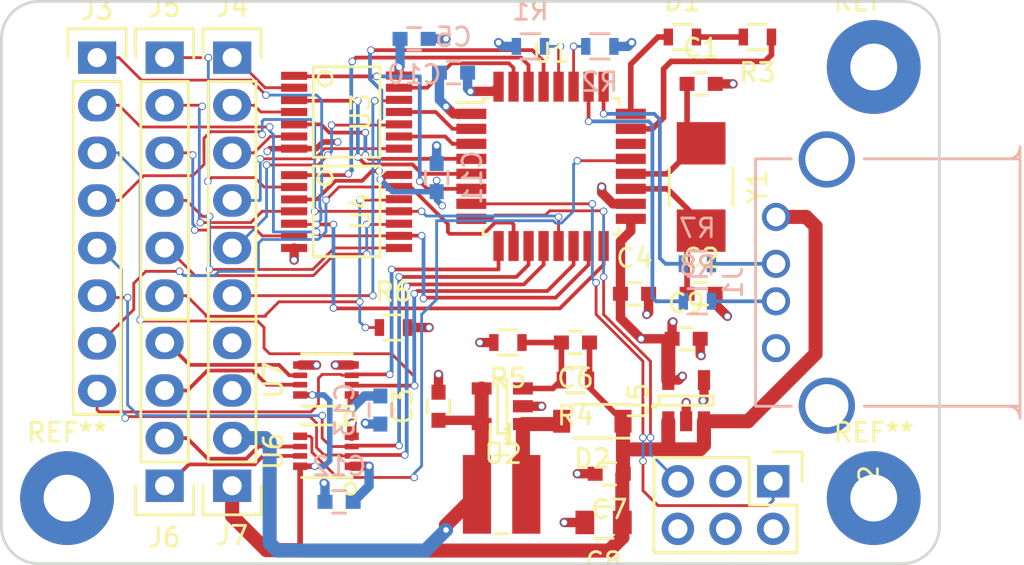
<source format=kicad_pcb>
(kicad_pcb (version 4) (host pcbnew 4.0.2-stable)
  (layers (0 F.Cu signal) (1 GND.Cu signal hide) (2 PWR.Cu signal hide) (31 B.Cu signal) (34 B.Paste user hide) (35 F.Paste user hide) (36 B.SilkS user hide) (37 F.SilkS user hide) (38 B.Mask user hide) (39 F.Mask user hide) (44 Edge.Cuts user))
  (net 0 "")
  (net 1 "Net-(C1-Pad1)")
  (net 2 GND)
  (net 3 "Net-(C2-Pad1)")
  (net 4 /BOOST_IN)
  (net 5 +3V3)
  (net 6 +5V)
  (net 7 "Net-(C6-Pad2)")
  (net 8 "Net-(D1-Pad1)")
  (net 9 "Net-(D1-Pad2)")
  (net 10 "Net-(D2-Pad2)")
  (net 11 /KBUS_RX)
  (net 12 /KBUS_TX)
  (net 13 "Net-(J2-Pad1)")
  (net 14 "Net-(J2-Pad5)")
  (net 15 /C0)
  (net 16 /C1)
  (net 17 /C2)
  (net 18 /C3)
  (net 19 /C4)
  (net 20 /C5)
  (net 21 /C6)
  (net 22 /C7)
  (net 23 "Net-(J4-Pad1)")
  (net 24 "Net-(J4-Pad2)")
  (net 25 "Net-(J4-Pad3)")
  (net 26 "Net-(J4-Pad4)")
  (net 27 "Net-(J4-Pad5)")
  (net 28 "Net-(J4-Pad6)")
  (net 29 "Net-(J5-Pad1)")
  (net 30 "Net-(J5-Pad2)")
  (net 31 "Net-(J5-Pad3)")
  (net 32 "Net-(J5-Pad4)")
  (net 33 "Net-(J5-Pad5)")
  (net 34 "Net-(J5-Pad6)")
  (net 35 "Net-(J6-Pad1)")
  (net 36 "Net-(J6-Pad2)")
  (net 37 "Net-(J6-Pad3)")
  (net 38 "Net-(J6-Pad4)")
  (net 39 /OPT1)
  (net 40 /OPT2)
  (net 41 "Net-(R3-Pad1)")
  (net 42 /A4)
  (net 43 /A3)
  (net 44 /A2)
  (net 45 /A1)
  (net 46 /A0)
  (net 47 /DIR)
  (net 48 /A7)
  (net 49 /A6)
  (net 50 /A5)
  (net 51 "Net-(J1-Pad3)")
  (net 52 "Net-(J1-Pad2)")
  (module Pin_Headers:Pin_Header_Straight_2x03 (layer F.Cu) (at 108.14 88.6 270)
    (fp_text reference J2 (at 0 -5.1 270) (layer F.SilkS))
    (fp_text value AVR-PDI-6A)
    (pad 1 thru_hole rect (at 0 0 270) (size 1.7272 1.7272) (drill 1.016) (layers *.Cu *.Mask) (net 13 "Net-(J2-Pad1)"))
    (pad 2 thru_hole oval (at 2.54 0 270) (size 1.7272 1.7272) (drill 1.016) (layers *.Cu *.Mask) (net 5 +3V3))
    (pad 3 thru_hole oval (at 0 2.54 270) (size 1.7272 1.7272) (drill 1.016) (layers *.Cu *.Mask))
    (pad 4 thru_hole oval (at 2.54 2.54 270) (size 1.7272 1.7272) (drill 1.016) (layers *.Cu *.Mask))
    (pad 5 thru_hole oval (at 0 5.08 270) (size 1.7272 1.7272) (drill 1.016) (layers *.Cu *.Mask) (net 14 "Net-(J2-Pad5)"))
    (pad 6 thru_hole oval (at 2.54 5.08 270) (size 1.7272 1.7272) (drill 1.016) (layers *.Cu *.Mask) (net 2 GND))
  )
  (module Mounting_Holes:MountingHole_2.5mm_Pad (layer F.Cu) (at 113.5 66.5)
    (fp_text reference REF** (at 0 -3.5) (layer F.SilkS))
    (fp_text value MountingHole_2.5mm_Pad)
    (pad 1 thru_hole circle (at 0 0) (size 5 5) (drill 2.5) (layers *.Cu *.Mask))
  )
  (module Mounting_Holes:MountingHole_2.5mm_Pad (layer F.Cu) (at 113.5 89.5)
    (fp_text reference REF** (at 0 -3.5) (layer F.SilkS))
    (fp_text value MountingHole_2.5mm_Pad)
    (pad 1 thru_hole circle (at 0 0) (size 5 5) (drill 2.5) (layers *.Cu *.Mask))
  )
  (module Mounting_Holes:MountingHole_2.5mm_Pad (layer F.Cu) (at 70.5 89.5)
    (fp_text reference REF** (at 0 -3.5) (layer F.SilkS))
    (fp_text value MountingHole_2.5mm_Pad)
    (pad 1 thru_hole circle (at 0 0) (size 5 5) (drill 2.5) (layers *.Cu *.Mask))
  )
  (module kuro:VSSOP8_SOT765-1 (layer F.Cu) (at 84.3 83.2 90)
    (fp_text reference U7 (at 0 -2.8 90) (layer F.SilkS))
    (fp_text value 74LVC2T45 hide)
    (pad 1 smd rect (at -0.8 1.375 90) (size 0.4 0.75) (layers F.Cu F.Paste F.Mask) (net 5 +3V3))
    (pad 2 smd rect (at -0.25 1.375 90) (size 0.3 0.75) (layers F.Cu F.Paste F.Mask) (net 17 /C2))
    (pad 3 smd rect (at 0.25 1.375 90) (size 0.3 0.75) (layers F.Cu F.Paste F.Mask) (net 22 /C7))
    (pad 4 smd rect (at 0.8 1.375 90) (size 0.4 0.75) (layers F.Cu F.Paste F.Mask) (net 2 GND))
    (pad 8 smd rect (at -0.8 -1.375 90) (size 0.4 0.75) (layers F.Cu F.Paste F.Mask) (net 6 +5V))
    (pad 6 smd rect (at 0.25 -1.375 90) (size 0.3 0.75) (layers F.Cu F.Paste F.Mask) (net 38 "Net-(J6-Pad4)"))
    (pad 7 smd rect (at -0.25 -1.375 90) (size 0.3 0.75) (layers F.Cu F.Paste F.Mask) (net 37 "Net-(J6-Pad3)"))
    (pad 5 smd rect (at 0.8 -1.375 90) (size 0.4 0.75) (layers F.Cu F.Paste F.Mask) (net 2 GND))
  )
  (module Capacitors_SMD:C_0603 (layer F.Cu) (at 104.3 67.4)
    (fp_text reference C1 (at 0 -1.9) (layer F.SilkS))
    (fp_text value 22p)
    (pad 1 smd rect (at -0.75 0) (size 0.8 0.75) (layers F.Cu F.Paste F.Mask) (net 1 "Net-(C1-Pad1)"))
    (pad 2 smd rect (at 0.75 0) (size 0.8 0.75) (layers F.Cu F.Paste F.Mask) (net 2 GND))
  )
  (module Capacitors_SMD:C_0603 (layer F.Cu) (at 104.3 78.6)
    (fp_text reference C2 (at 0 -1.9) (layer F.SilkS))
    (fp_text value 22p)
    (pad 1 smd rect (at -0.75 0) (size 0.8 0.75) (layers F.Cu F.Paste F.Mask) (net 3 "Net-(C2-Pad1)"))
    (pad 2 smd rect (at 0.75 0) (size 0.8 0.75) (layers F.Cu F.Paste F.Mask) (net 2 GND))
  )
  (module Capacitors_SMD:C_0603 (layer F.Cu) (at 90.3 84.6 90)
    (fp_text reference C3 (at 0 -1.9 90) (layer F.SilkS))
    (fp_text value 4.7u)
    (pad 1 smd rect (at -0.75 0 90) (size 0.8 0.75) (layers F.Cu F.Paste F.Mask) (net 4 /BOOST_IN))
    (pad 2 smd rect (at 0.75 0 90) (size 0.8 0.75) (layers F.Cu F.Paste F.Mask) (net 2 GND))
  )
  (module Capacitors_SMD:C_0603 (layer F.Cu) (at 100.75 78.6)
    (fp_text reference C4 (at 0 -1.9) (layer F.SilkS))
    (fp_text value 100n)
    (pad 1 smd rect (at -0.75 0) (size 0.8 0.75) (layers F.Cu F.Paste F.Mask) (net 5 +3V3))
    (pad 2 smd rect (at 0.75 0) (size 0.8 0.75) (layers F.Cu F.Paste F.Mask) (net 2 GND))
  )
  (module Capacitors_SMD:C_0603 (layer B.Cu) (at 91.1 66.8 180)
    (fp_text reference C5 (at 0 1.9 180) (layer B.SilkS) (effects (justify mirror)))
    (fp_text value 100n)
    (pad 1 smd rect (at -0.75 0 180) (size 0.8 0.75) (layers B.Cu B.Paste B.Mask) (net 5 +3V3))
    (pad 2 smd rect (at 0.75 0 180) (size 0.8 0.75) (layers B.Cu B.Paste B.Mask) (net 2 GND))
  )
  (module Capacitors_SMD:C_0603 (layer F.Cu) (at 97.6 81.2 180)
    (fp_text reference C6 (at 0 -1.9 180) (layer F.SilkS))
    (fp_text value 680p)
    (pad 1 smd rect (at -0.75 0 180) (size 0.8 0.75) (layers F.Cu F.Paste F.Mask) (net 6 +5V))
    (pad 2 smd rect (at 0.75 0 180) (size 0.8 0.75) (layers F.Cu F.Paste F.Mask) (net 7 "Net-(C6-Pad2)"))
  )
  (module Capacitors_SMD:C_0603 (layer F.Cu) (at 99.4 88.2 180)
    (fp_text reference C7 (at 0 -1.9 180) (layer F.SilkS))
    (fp_text value 10u)
    (pad 1 smd rect (at -0.75 0 180) (size 0.8 0.75) (layers F.Cu F.Paste F.Mask) (net 6 +5V))
    (pad 2 smd rect (at 0.75 0 180) (size 0.8 0.75) (layers F.Cu F.Paste F.Mask) (net 2 GND))
  )
  (module Capacitors_SMD:C_0805 (layer F.Cu) (at 99.1 90.8 180)
    (fp_text reference C8 (at 0 -2.1 180) (layer F.SilkS))
    (fp_text value 10u)
    (pad 1 smd rect (at -1 0 180) (size 1 1.25) (layers F.Cu F.Paste F.Mask) (net 6 +5V))
    (pad 2 smd rect (at 1 0 180) (size 1 1.25) (layers F.Cu F.Paste F.Mask) (net 2 GND))
  )
  (module Capacitors_SMD:C_0603 (layer F.Cu) (at 103.5 81)
    (fp_text reference C9 (at 0 -1.9) (layer F.SilkS))
    (fp_text value 10u)
    (pad 1 smd rect (at -0.75 0) (size 0.8 0.75) (layers F.Cu F.Paste F.Mask) (net 5 +3V3))
    (pad 2 smd rect (at 0.75 0) (size 0.8 0.75) (layers F.Cu F.Paste F.Mask) (net 2 GND))
  )
  (module Capacitors_SMD:C_0603 (layer B.Cu) (at 89 65)
    (fp_text reference C10 (at 0 1.9) (layer B.SilkS) (effects (justify mirror)))
    (fp_text value 100n)
    (pad 1 smd rect (at -0.75 0) (size 0.8 0.75) (layers B.Cu B.Paste B.Mask) (net 5 +3V3))
    (pad 2 smd rect (at 0.75 0) (size 0.8 0.75) (layers B.Cu B.Paste B.Mask) (net 2 GND))
  )
  (module Capacitors_SMD:C_0603 (layer B.Cu) (at 90.2 72.4 90)
    (fp_text reference C11 (at 0 1.9 90) (layer B.SilkS) (effects (justify mirror)))
    (fp_text value 100n)
    (pad 1 smd rect (at -0.75 0 90) (size 0.8 0.75) (layers B.Cu B.Paste B.Mask) (net 5 +3V3))
    (pad 2 smd rect (at 0.75 0 90) (size 0.8 0.75) (layers B.Cu B.Paste B.Mask) (net 2 GND))
  )
  (module Capacitors_SMD:C_0603 (layer B.Cu) (at 85 89.7 180)
    (fp_text reference C12 (at 0 1.9 180) (layer B.SilkS) (effects (justify mirror)))
    (fp_text value 100n)
    (pad 1 smd rect (at -0.75 0 180) (size 0.8 0.75) (layers B.Cu B.Paste B.Mask) (net 5 +3V3))
    (pad 2 smd rect (at 0.75 0 180) (size 0.8 0.75) (layers B.Cu B.Paste B.Mask) (net 2 GND))
  )
  (module Capacitors_SMD:C_0603 (layer B.Cu) (at 87.2 84.8 270)
    (fp_text reference C13 (at 0 1.9 270) (layer B.SilkS) (effects (justify mirror)))
    (fp_text value 100n)
    (pad 1 smd rect (at -0.75 0 270) (size 0.8 0.75) (layers B.Cu B.Paste B.Mask) (net 5 +3V3))
    (pad 2 smd rect (at 0.75 0 270) (size 0.8 0.75) (layers B.Cu B.Paste B.Mask) (net 2 GND))
  )
  (module Resistors_SMD:R_0603 (layer F.Cu) (at 103.3 64.9)
    (fp_text reference D1 (at 0 -1.9) (layer F.SilkS))
    (fp_text value LED)
    (pad 1 smd rect (at -0.75 0) (size 0.5 0.9) (layers F.Cu F.Paste F.Mask) (net 8 "Net-(D1-Pad1)"))
    (pad 2 smd rect (at 0.75 0) (size 0.5 0.9) (layers F.Cu F.Paste F.Mask) (net 9 "Net-(D1-Pad2)"))
  )
  (module Diodes_SMD:SOD-123 (layer F.Cu) (at 98.5 85.4 180)
    (fp_text reference D2 (at 0 -2 180) (layer F.SilkS))
    (fp_text value MBR0520LT1G)
    (pad 1 smd rect (at -1.635 0 180) (size 0.91 1.22) (layers F.Cu F.Paste F.Mask) (net 6 +5V))
    (pad 2 smd rect (at 1.635 0 180) (size 0.91 1.22) (layers F.Cu F.Paste F.Mask) (net 10 "Net-(D2-Pad2)"))
  )
  (module kuro:USB_A_multicomp (layer B.Cu) (at 111 78 270)
    (fp_text reference J1 (at 0 5 270) (layer B.SilkS) (effects (justify mirror)))
    (fp_text value KBUS)
    (pad 4 thru_hole circle (at 3.5 2.71) (size 1.50114 1.50114) (drill 1) (layers *.Cu *.Mask) (net 2 GND))
    (pad 3 thru_hole circle (at 1 2.71) (size 1.50114 1.50114) (drill 1) (layers *.Cu *.Mask) (net 51 "Net-(J1-Pad3)"))
    (pad 2 thru_hole circle (at -1 2.71) (size 1.50114 1.50114) (drill 1) (layers *.Cu *.Mask) (net 52 "Net-(J1-Pad2)"))
    (pad 1 thru_hole circle (at -3.5 2.71) (size 1.50114 1.50114) (drill 1) (layers *.Cu *.Mask) (net 6 +5V))
    (pad 5 thru_hole circle (at 6.57 0) (size 2.99974 2.99974) (drill 2.3) (layers *.Cu *.Mask) (net 2 GND))
    (pad 5 thru_hole circle (at -6.57 0) (size 2.99974 2.99974) (drill 2.3) (layers *.Cu *.Mask) (net 2 GND))
  )
  (module Pin_Headers:Pin_Header_Straight_1x08 (layer F.Cu) (at 72.1 66)
    (fp_text reference J3 (at 0 -2.54) (layer F.SilkS))
    (fp_text value CONN_01X08)
    (pad 1 thru_hole rect (at 0 0) (size 2.032 1.7272) (drill 1.016) (layers *.Cu *.Mask) (net 15 /C0))
    (pad 2 thru_hole oval (at 0 2.54) (size 2.032 1.7272) (drill 1.016) (layers *.Cu *.Mask) (net 16 /C1))
    (pad 3 thru_hole oval (at 0 5.08) (size 2.032 1.7272) (drill 1.016) (layers *.Cu *.Mask) (net 17 /C2))
    (pad 4 thru_hole oval (at 0 7.62) (size 2.032 1.7272) (drill 1.016) (layers *.Cu *.Mask) (net 18 /C3))
    (pad 5 thru_hole oval (at 0 10.16) (size 2.032 1.7272) (drill 1.016) (layers *.Cu *.Mask) (net 19 /C4))
    (pad 6 thru_hole oval (at 0 12.7) (size 2.032 1.7272) (drill 1.016) (layers *.Cu *.Mask) (net 20 /C5))
    (pad 7 thru_hole oval (at 0 15.24) (size 2.032 1.7272) (drill 1.016) (layers *.Cu *.Mask) (net 21 /C6))
    (pad 8 thru_hole oval (at 0 17.78) (size 2.032 1.7272) (drill 1.016) (layers *.Cu *.Mask) (net 22 /C7))
  )
  (module Pin_Headers:Pin_Header_Straight_1x06 (layer F.Cu) (at 79.3 66)
    (fp_text reference J4 (at 0 -2.7) (layer F.SilkS))
    (fp_text value CONN_01X06)
    (pad 1 thru_hole rect (at 0 0) (size 2.032 1.7272) (drill 1.016) (layers *.Cu *.Mask) (net 23 "Net-(J4-Pad1)"))
    (pad 2 thru_hole oval (at 0 2.54) (size 2.032 1.7272) (drill 1.016) (layers *.Cu *.Mask) (net 24 "Net-(J4-Pad2)"))
    (pad 3 thru_hole oval (at 0 5.08) (size 2.032 1.7272) (drill 1.016) (layers *.Cu *.Mask) (net 25 "Net-(J4-Pad3)"))
    (pad 4 thru_hole oval (at 0 7.62) (size 2.032 1.7272) (drill 1.016) (layers *.Cu *.Mask) (net 26 "Net-(J4-Pad4)"))
    (pad 5 thru_hole oval (at 0 10.16) (size 2.032 1.7272) (drill 1.016) (layers *.Cu *.Mask) (net 27 "Net-(J4-Pad5)"))
    (pad 6 thru_hole oval (at 0 12.7) (size 2.032 1.7272) (drill 1.016) (layers *.Cu *.Mask) (net 28 "Net-(J4-Pad6)"))
  )
  (module Pin_Headers:Pin_Header_Straight_1x06 (layer F.Cu) (at 75.7 66)
    (fp_text reference J5 (at 0 -2.7) (layer F.SilkS))
    (fp_text value CONN_01X06)
    (pad 1 thru_hole rect (at 0 0) (size 2.032 1.7272) (drill 1.016) (layers *.Cu *.Mask) (net 29 "Net-(J5-Pad1)"))
    (pad 2 thru_hole oval (at 0 2.54) (size 2.032 1.7272) (drill 1.016) (layers *.Cu *.Mask) (net 30 "Net-(J5-Pad2)"))
    (pad 3 thru_hole oval (at 0 5.08) (size 2.032 1.7272) (drill 1.016) (layers *.Cu *.Mask) (net 31 "Net-(J5-Pad3)"))
    (pad 4 thru_hole oval (at 0 7.62) (size 2.032 1.7272) (drill 1.016) (layers *.Cu *.Mask) (net 32 "Net-(J5-Pad4)"))
    (pad 5 thru_hole oval (at 0 10.16) (size 2.032 1.7272) (drill 1.016) (layers *.Cu *.Mask) (net 33 "Net-(J5-Pad5)"))
    (pad 6 thru_hole oval (at 0 12.7) (size 2.032 1.7272) (drill 1.016) (layers *.Cu *.Mask) (net 34 "Net-(J5-Pad6)"))
  )
  (module Pin_Headers:Pin_Header_Straight_1x04 (layer F.Cu) (at 75.7 88.84 180)
    (fp_text reference J6 (at 0 -2.76 180) (layer F.SilkS))
    (fp_text value CONN_01X04)
    (pad 1 thru_hole rect (at 0 0 180) (size 2.032 1.7272) (drill 1.016) (layers *.Cu *.Mask) (net 35 "Net-(J6-Pad1)"))
    (pad 2 thru_hole oval (at 0 2.54 180) (size 2.032 1.7272) (drill 1.016) (layers *.Cu *.Mask) (net 36 "Net-(J6-Pad2)"))
    (pad 3 thru_hole oval (at 0 5.08 180) (size 2.032 1.7272) (drill 1.016) (layers *.Cu *.Mask) (net 37 "Net-(J6-Pad3)"))
    (pad 4 thru_hole oval (at 0 7.62 180) (size 2.032 1.7272) (drill 1.016) (layers *.Cu *.Mask) (net 38 "Net-(J6-Pad4)"))
  )
  (module Pin_Headers:Pin_Header_Straight_1x04 (layer F.Cu) (at 79.3 88.84 180)
    (fp_text reference J7 (at 0 -2.66 180) (layer F.SilkS))
    (fp_text value CONN_01X04)
    (pad 1 thru_hole rect (at 0 0 180) (size 2.032 1.7272) (drill 1.016) (layers *.Cu *.Mask) (net 6 +5V))
    (pad 2 thru_hole oval (at 0 2.54 180) (size 2.032 1.7272) (drill 1.016) (layers *.Cu *.Mask) (net 4 /BOOST_IN))
    (pad 3 thru_hole oval (at 0 5.08 180) (size 2.032 1.7272) (drill 1.016) (layers *.Cu *.Mask) (net 2 GND))
    (pad 4 thru_hole oval (at 0 7.62 180) (size 2.032 1.7272) (drill 1.016) (layers *.Cu *.Mask) (net 2 GND))
  )
  (module kuro:SRN4012TA (layer F.Cu) (at 93.7 89.3)
    (fp_text reference L1 (at 0 -3.2) (layer F.SilkS))
    (fp_text value 6.8u hide)
    (pad 1 smd rect (at -1.35 0) (size 1.5 4.2) (layers F.Cu F.Paste F.Mask) (net 4 /BOOST_IN))
    (pad 2 smd rect (at 1.28 0) (size 1.5 4.2) (layers F.Cu F.Paste F.Mask) (net 10 "Net-(D2-Pad2)"))
  )
  (module Resistors_SMD:R_0603 (layer B.Cu) (at 95.2 65.4 180)
    (fp_text reference R1 (at 0 1.9 180) (layer B.SilkS) (effects (justify mirror)))
    (fp_text value 680)
    (pad 1 smd rect (at -0.75 0 180) (size 0.5 0.9) (layers B.Cu B.Paste B.Mask) (net 39 /OPT1))
    (pad 2 smd rect (at 0.75 0 180) (size 0.5 0.9) (layers B.Cu B.Paste B.Mask) (net 2 GND))
  )
  (module Resistors_SMD:R_0603 (layer B.Cu) (at 98.9 65.4)
    (fp_text reference R2 (at 0 1.9) (layer B.SilkS) (effects (justify mirror)))
    (fp_text value 680)
    (pad 1 smd rect (at -0.75 0) (size 0.5 0.9) (layers B.Cu B.Paste B.Mask) (net 40 /OPT2))
    (pad 2 smd rect (at 0.75 0) (size 0.5 0.9) (layers B.Cu B.Paste B.Mask) (net 2 GND))
  )
  (module Resistors_SMD:R_0603 (layer F.Cu) (at 107.3 64.9 180)
    (fp_text reference R3 (at 0 -1.9 180) (layer F.SilkS))
    (fp_text value 680)
    (pad 1 smd rect (at -0.75 0 180) (size 0.5 0.9) (layers F.Cu F.Paste F.Mask) (net 41 "Net-(R3-Pad1)"))
    (pad 2 smd rect (at 0.75 0 180) (size 0.5 0.9) (layers F.Cu F.Paste F.Mask) (net 9 "Net-(D1-Pad2)"))
  )
  (module Resistors_SMD:R_0603 (layer F.Cu) (at 97.6 83.2 180)
    (fp_text reference R4 (at 0 -1.9 180) (layer F.SilkS))
    (fp_text value 47k)
    (pad 1 smd rect (at -0.75 0 180) (size 0.5 0.9) (layers F.Cu F.Paste F.Mask) (net 6 +5V))
    (pad 2 smd rect (at 0.75 0 180) (size 0.5 0.9) (layers F.Cu F.Paste F.Mask) (net 7 "Net-(C6-Pad2)"))
  )
  (module Resistors_SMD:R_0603 (layer F.Cu) (at 94 81.2 180)
    (fp_text reference R5 (at 0 -1.9 180) (layer F.SilkS))
    (fp_text value 15k)
    (pad 1 smd rect (at -0.75 0 180) (size 0.5 0.9) (layers F.Cu F.Paste F.Mask) (net 7 "Net-(C6-Pad2)"))
    (pad 2 smd rect (at 0.75 0 180) (size 0.5 0.9) (layers F.Cu F.Paste F.Mask) (net 2 GND))
  )
  (module Resistors_SMD:R_0603 (layer F.Cu) (at 87.9 80.4)
    (fp_text reference R6 (at 0 -1.9) (layer F.SilkS))
    (fp_text value 2k2)
    (pad 1 smd rect (at -0.75 0) (size 0.5 0.9) (layers F.Cu F.Paste F.Mask) (net 34 "Net-(J5-Pad6)"))
    (pad 2 smd rect (at 0.75 0) (size 0.5 0.9) (layers F.Cu F.Paste F.Mask) (net 5 +3V3))
  )
  (module Housings_QFP:TQFP-32_7x7mm_Pitch0.8mm (layer F.Cu) (at 96.3 71.8)
    (fp_text reference U1 (at 0 -6.05) (layer F.SilkS))
    (fp_text value ATXMEGA32E5-A)
    (pad 1 smd rect (at -4.25 -2.8) (size 1.6 0.55) (layers F.Cu F.Paste F.Mask) (net 2 GND))
    (pad 2 smd rect (at -4.25 -2) (size 1.6 0.55) (layers F.Cu F.Paste F.Mask) (net 42 /A4))
    (pad 3 smd rect (at -4.25 -1.2) (size 1.6 0.55) (layers F.Cu F.Paste F.Mask) (net 43 /A3))
    (pad 4 smd rect (at -4.25 -0.4) (size 1.6 0.55) (layers F.Cu F.Paste F.Mask) (net 44 /A2))
    (pad 5 smd rect (at -4.25 0.4) (size 1.6 0.55) (layers F.Cu F.Paste F.Mask) (net 45 /A1))
    (pad 6 smd rect (at -4.25 1.2) (size 1.6 0.55) (layers F.Cu F.Paste F.Mask) (net 46 /A0))
    (pad 7 smd rect (at -4.25 2) (size 1.6 0.55) (layers F.Cu F.Paste F.Mask) (net 13 "Net-(J2-Pad1)"))
    (pad 8 smd rect (at -4.25 2.8) (size 1.6 0.55) (layers F.Cu F.Paste F.Mask) (net 14 "Net-(J2-Pad5)"))
    (pad 9 smd rect (at -2.8 4.25 90) (size 1.6 0.55) (layers F.Cu F.Paste F.Mask) (net 22 /C7))
    (pad 10 smd rect (at -2 4.25 90) (size 1.6 0.55) (layers F.Cu F.Paste F.Mask) (net 21 /C6))
    (pad 11 smd rect (at -1.2 4.25 90) (size 1.6 0.55) (layers F.Cu F.Paste F.Mask) (net 20 /C5))
    (pad 12 smd rect (at -0.4 4.25 90) (size 1.6 0.55) (layers F.Cu F.Paste F.Mask) (net 19 /C4))
    (pad 13 smd rect (at 0.4 4.25 90) (size 1.6 0.55) (layers F.Cu F.Paste F.Mask) (net 18 /C3))
    (pad 14 smd rect (at 1.2 4.25 90) (size 1.6 0.55) (layers F.Cu F.Paste F.Mask) (net 17 /C2))
    (pad 15 smd rect (at 2 4.25 90) (size 1.6 0.55) (layers F.Cu F.Paste F.Mask) (net 16 /C1))
    (pad 16 smd rect (at 2.8 4.25 90) (size 1.6 0.55) (layers F.Cu F.Paste F.Mask) (net 15 /C0))
    (pad 17 smd rect (at 4.25 2.8) (size 1.6 0.55) (layers F.Cu F.Paste F.Mask) (net 5 +3V3))
    (pad 18 smd rect (at 4.25 2) (size 1.6 0.55) (layers F.Cu F.Paste F.Mask) (net 2 GND))
    (pad 19 smd rect (at 4.25 1.2) (size 1.6 0.55) (layers F.Cu F.Paste F.Mask) (net 3 "Net-(C2-Pad1)"))
    (pad 20 smd rect (at 4.25 0.4) (size 1.6 0.55) (layers F.Cu F.Paste F.Mask) (net 1 "Net-(C1-Pad1)"))
    (pad 21 smd rect (at 4.25 -0.4) (size 1.6 0.55) (layers F.Cu F.Paste F.Mask) (net 47 /DIR))
    (pad 22 smd rect (at 4.25 -1.2) (size 1.6 0.55) (layers F.Cu F.Paste F.Mask))
    (pad 23 smd rect (at 4.25 -2) (size 1.6 0.55) (layers F.Cu F.Paste F.Mask) (net 41 "Net-(R3-Pad1)"))
    (pad 24 smd rect (at 4.25 -2.8) (size 1.6 0.55) (layers F.Cu F.Paste F.Mask) (net 8 "Net-(D1-Pad1)"))
    (pad 25 smd rect (at 2.8 -4.25 90) (size 1.6 0.55) (layers F.Cu F.Paste F.Mask) (net 12 /KBUS_TX))
    (pad 26 smd rect (at 2 -4.25 90) (size 1.6 0.55) (layers F.Cu F.Paste F.Mask) (net 11 /KBUS_RX))
    (pad 27 smd rect (at 1.2 -4.25 90) (size 1.6 0.55) (layers F.Cu F.Paste F.Mask) (net 40 /OPT2))
    (pad 28 smd rect (at 0.4 -4.25 90) (size 1.6 0.55) (layers F.Cu F.Paste F.Mask) (net 39 /OPT1))
    (pad 29 smd rect (at -0.4 -4.25 90) (size 1.6 0.55) (layers F.Cu F.Paste F.Mask) (net 48 /A7))
    (pad 30 smd rect (at -1.2 -4.25 90) (size 1.6 0.55) (layers F.Cu F.Paste F.Mask) (net 49 /A6))
    (pad 31 smd rect (at -2 -4.25 90) (size 1.6 0.55) (layers F.Cu F.Paste F.Mask) (net 50 /A5))
    (pad 32 smd rect (at -2.8 -4.25 90) (size 1.6 0.55) (layers F.Cu F.Paste F.Mask) (net 5 +3V3))
  )
  (module TO_SOT_Packages_SMD:SOT-23-5 (layer F.Cu) (at 93.7 84.6 180)
    (fp_text reference U2 (at -0.05 -2.55 180) (layer F.SilkS))
    (fp_text value LM2731)
    (pad 1 smd rect (at -1.1 -0.95 180) (size 1.06 0.65) (layers F.Cu F.Paste F.Mask) (net 10 "Net-(D2-Pad2)"))
    (pad 2 smd rect (at -1.1 0 180) (size 1.06 0.65) (layers F.Cu F.Paste F.Mask) (net 2 GND))
    (pad 3 smd rect (at -1.1 0.95 180) (size 1.06 0.65) (layers F.Cu F.Paste F.Mask) (net 7 "Net-(C6-Pad2)"))
    (pad 4 smd rect (at 1.1 0.95 180) (size 1.06 0.65) (layers F.Cu F.Paste F.Mask) (net 4 /BOOST_IN))
    (pad 5 smd rect (at 1.1 -0.95 180) (size 1.06 0.65) (layers F.Cu F.Paste F.Mask) (net 4 /BOOST_IN))
  )
  (module SMD_Packages:SSOP-14 (layer F.Cu) (at 85.4 68.9 270)
    (fp_text reference U3 (at 0 -0.762 270) (layer F.SilkS))
    (fp_text value SN74LV07A)
    (pad 1 smd rect (at -1.9304 2.794 270) (size 0.4318 1.397) (layers F.Cu F.Paste F.Mask) (net 46 /A0))
    (pad 2 smd rect (at -1.2954 2.794 270) (size 0.4318 1.397) (layers F.Cu F.Paste F.Mask) (net 23 "Net-(J4-Pad1)"))
    (pad 3 smd rect (at -0.635 2.794 270) (size 0.4318 1.397) (layers F.Cu F.Paste F.Mask) (net 45 /A1))
    (pad 4 smd rect (at 0 2.794 270) (size 0.4318 1.397) (layers F.Cu F.Paste F.Mask) (net 24 "Net-(J4-Pad2)"))
    (pad 5 smd rect (at 0.6604 2.794 270) (size 0.4318 1.397) (layers F.Cu F.Paste F.Mask) (net 44 /A2))
    (pad 6 smd rect (at 1.3081 2.794 270) (size 0.4318 1.397) (layers F.Cu F.Paste F.Mask) (net 25 "Net-(J4-Pad3)"))
    (pad 7 smd rect (at 1.9558 2.794 270) (size 0.4318 1.397) (layers F.Cu F.Paste F.Mask) (net 2 GND))
    (pad 8 smd rect (at 1.9558 -2.794 270) (size 0.4318 1.397) (layers F.Cu F.Paste F.Mask) (net 26 "Net-(J4-Pad4)"))
    (pad 9 smd rect (at 1.3081 -2.794 270) (size 0.4318 1.397) (layers F.Cu F.Paste F.Mask) (net 43 /A3))
    (pad 10 smd rect (at 0.6604 -2.794 270) (size 0.4318 1.397) (layers F.Cu F.Paste F.Mask) (net 27 "Net-(J4-Pad5)"))
    (pad 11 smd rect (at 0 -2.794 270) (size 0.4318 1.397) (layers F.Cu F.Paste F.Mask) (net 42 /A4))
    (pad 12 smd rect (at -0.6477 -2.794 270) (size 0.4318 1.397) (layers F.Cu F.Paste F.Mask) (net 28 "Net-(J4-Pad6)"))
    (pad 13 smd rect (at -1.2954 -2.794 270) (size 0.4318 1.397) (layers F.Cu F.Paste F.Mask) (net 50 /A5))
    (pad 14 smd rect (at -1.9431 -2.794 270) (size 0.4318 1.397) (layers F.Cu F.Paste F.Mask) (net 5 +3V3))
  )
  (module SMD_Packages:SSOP-14 (layer F.Cu) (at 85.4 74.2 270)
    (fp_text reference U4 (at 0 -0.762 270) (layer F.SilkS))
    (fp_text value SN74LV07A)
    (pad 1 smd rect (at -1.9304 2.794 270) (size 0.4318 1.397) (layers F.Cu F.Paste F.Mask) (net 49 /A6))
    (pad 2 smd rect (at -1.2954 2.794 270) (size 0.4318 1.397) (layers F.Cu F.Paste F.Mask) (net 29 "Net-(J5-Pad1)"))
    (pad 3 smd rect (at -0.635 2.794 270) (size 0.4318 1.397) (layers F.Cu F.Paste F.Mask) (net 48 /A7))
    (pad 4 smd rect (at 0 2.794 270) (size 0.4318 1.397) (layers F.Cu F.Paste F.Mask) (net 30 "Net-(J5-Pad2)"))
    (pad 5 smd rect (at 0.6604 2.794 270) (size 0.4318 1.397) (layers F.Cu F.Paste F.Mask) (net 15 /C0))
    (pad 6 smd rect (at 1.3081 2.794 270) (size 0.4318 1.397) (layers F.Cu F.Paste F.Mask) (net 31 "Net-(J5-Pad3)"))
    (pad 7 smd rect (at 1.9558 2.794 270) (size 0.4318 1.397) (layers F.Cu F.Paste F.Mask) (net 2 GND))
    (pad 8 smd rect (at 1.9558 -2.794 270) (size 0.4318 1.397) (layers F.Cu F.Paste F.Mask) (net 32 "Net-(J5-Pad4)"))
    (pad 9 smd rect (at 1.3081 -2.794 270) (size 0.4318 1.397) (layers F.Cu F.Paste F.Mask) (net 16 /C1))
    (pad 10 smd rect (at 0.6604 -2.794 270) (size 0.4318 1.397) (layers F.Cu F.Paste F.Mask) (net 33 "Net-(J5-Pad5)"))
    (pad 11 smd rect (at 0 -2.794 270) (size 0.4318 1.397) (layers F.Cu F.Paste F.Mask) (net 18 /C3))
    (pad 12 smd rect (at -0.6477 -2.794 270) (size 0.4318 1.397) (layers F.Cu F.Paste F.Mask) (net 34 "Net-(J5-Pad6)"))
    (pad 13 smd rect (at -1.2954 -2.794 270) (size 0.4318 1.397) (layers F.Cu F.Paste F.Mask) (net 21 /C6))
    (pad 14 smd rect (at -1.9431 -2.794 270) (size 0.4318 1.397) (layers F.Cu F.Paste F.Mask) (net 5 +3V3))
  )
  (module TO_SOT_Packages_SMD:SOT-23-5 (layer F.Cu) (at 103.5 84.3 90)
    (fp_text reference U5 (at -0.05 -2.55 90) (layer F.SilkS))
    (fp_text value TPS78233)
    (pad 1 smd rect (at -1.1 -0.95 90) (size 1.06 0.65) (layers F.Cu F.Paste F.Mask) (net 6 +5V))
    (pad 2 smd rect (at -1.1 0 90) (size 1.06 0.65) (layers F.Cu F.Paste F.Mask) (net 2 GND))
    (pad 3 smd rect (at -1.1 0.95 90) (size 1.06 0.65) (layers F.Cu F.Paste F.Mask) (net 6 +5V))
    (pad 4 smd rect (at 1.1 0.95 90) (size 1.06 0.65) (layers F.Cu F.Paste F.Mask) (net 2 GND))
    (pad 5 smd rect (at 1.1 -0.95 90) (size 1.06 0.65) (layers F.Cu F.Paste F.Mask) (net 5 +3V3))
  )
  (module kuro:VSSOP8_SOT765-1 (layer F.Cu) (at 84.3 87 90)
    (fp_text reference U6 (at 0 -2.8 90) (layer F.SilkS))
    (fp_text value 74LVC2T45 hide)
    (pad 1 smd rect (at -0.8 1.375 90) (size 0.4 0.75) (layers F.Cu F.Paste F.Mask) (net 5 +3V3))
    (pad 2 smd rect (at -0.25 1.375 90) (size 0.3 0.75) (layers F.Cu F.Paste F.Mask) (net 19 /C4))
    (pad 3 smd rect (at 0.25 1.375 90) (size 0.3 0.75) (layers F.Cu F.Paste F.Mask) (net 20 /C5))
    (pad 4 smd rect (at 0.8 1.375 90) (size 0.4 0.75) (layers F.Cu F.Paste F.Mask) (net 2 GND))
    (pad 8 smd rect (at -0.8 -1.375 90) (size 0.4 0.75) (layers F.Cu F.Paste F.Mask) (net 6 +5V))
    (pad 6 smd rect (at 0.25 -1.375 90) (size 0.3 0.75) (layers F.Cu F.Paste F.Mask) (net 36 "Net-(J6-Pad2)"))
    (pad 7 smd rect (at -0.25 -1.375 90) (size 0.3 0.75) (layers F.Cu F.Paste F.Mask) (net 35 "Net-(J6-Pad1)"))
    (pad 5 smd rect (at 0.8 -1.375 90) (size 0.4 0.75) (layers F.Cu F.Paste F.Mask) (net 47 /DIR))
  )
  (module kuro:SMD_Crystal_Multi_QC6CB_7A_ABM7 (layer F.Cu) (at 104.3 72.9 270)
    (fp_text reference Y1 (at 0 -3 270) (layer F.SilkS))
    (fp_text value Crystal hide)
    (pad 1 smd rect (at -2.33 0 270) (size 2.26 2.6) (layers F.Cu F.Paste F.Mask) (net 1 "Net-(C1-Pad1)"))
    (pad 2 smd rect (at 2.33 0 270) (size 2.26 2.6) (layers F.Cu F.Paste F.Mask) (net 3 "Net-(C2-Pad1)"))
  )
  (module Resistors_SMD:R_0603 (layer B.Cu) (at 104.1 77 180)
    (fp_text reference R7 (at 0 1.9 180) (layer B.SilkS) (effects (justify mirror)))
    (fp_text value 33)
    (pad 1 smd rect (at -0.75 0 180) (size 0.5 0.9) (layers B.Cu B.Paste B.Mask) (net 52 "Net-(J1-Pad2)"))
    (pad 2 smd rect (at 0.75 0 180) (size 0.5 0.9) (layers B.Cu B.Paste B.Mask) (net 12 /KBUS_TX))
  )
  (module Resistors_SMD:R_0603 (layer B.Cu) (at 104.1 79 180)
    (fp_text reference R8 (at 0 1.9 180) (layer B.SilkS) (effects (justify mirror)))
    (fp_text value 33)
    (pad 1 smd rect (at -0.75 0 180) (size 0.5 0.9) (layers B.Cu B.Paste B.Mask) (net 51 "Net-(J1-Pad3)"))
    (pad 2 smd rect (at 0.75 0 180) (size 0.5 0.9) (layers B.Cu B.Paste B.Mask) (net 11 /KBUS_RX))
  )
  (gr_line (start 67 91) (end 67 65) (layer Edge.Cuts) (width 0.15))
  (gr_line (start 115 93) (end 69 93) (layer Edge.Cuts) (width 0.15))
  (gr_line (start 69 63) (end 115 63) (layer Edge.Cuts) (width 0.15))
  (gr_line (start 117 65) (end 117 91) (layer Edge.Cuts) (width 0.15))
  (gr_arc (start 115 91) (end 117 91) (angle 90) (layer Edge.Cuts) (width 0.15))
  (gr_arc (start 115 65) (end 115 63) (angle 90) (layer Edge.Cuts) (width 0.15))
  (gr_arc (start 69 65) (end 67 65) (angle 90) (layer Edge.Cuts) (width 0.15))
  (gr_arc (start 69 91) (end 69 93) (angle 90) (layer Edge.Cuts) (width 0.15))
  (segment (start 103.55 67.4) (end 103.55 69.82) (width 0.3) (layer F.Cu) (net 1))
  (segment (start 103.55 69.82) (end 104.3 70.57) (width 0.3) (layer F.Cu) (net 1))
  (segment (start 104.3 70.57) (end 104.13 70.57) (width 0.3) (layer F.Cu) (net 1))
  (segment (start 104.13 70.57) (end 102.5 72.2) (width 0.3) (layer F.Cu) (net 1))
  (segment (start 102.5 72.2) (end 101.65 72.2) (width 0.3) (layer F.Cu) (net 1))
  (segment (start 101.65 72.2) (end 100.55 72.2) (width 0.3) (layer F.Cu) (net 1))
  (segment (start 82.606 70.8558) (end 83.782304 70.8558) (width 0.3) (layer F.Cu) (net 2))
  (segment (start 83.782304 70.8558) (end 84.138104 70.5) (width 0.3) (layer F.Cu) (net 2))
  (segment (start 84.138104 70.5) (end 84.92741 70.5) (width 0.3) (layer F.Cu) (net 2))
  (via (at 84.92741 70.5) (size 0.4016) (drill 0.3) (layers F.Cu B.Cu) (net 2))
  (segment (start 82.606 70.8558) (end 81.31679 70.8558) (width 0.3) (layer F.Cu) (net 2))
  (segment (start 81.31679 70.8558) (end 81.17259 71) (width 0.3) (layer F.Cu) (net 2))
  (via (at 81.17259 71) (size 0.4016) (drill 0.3) (layers F.Cu B.Cu) (net 2))
  (segment (start 99.6 73.8) (end 99 73.2) (width 0.5) (layer F.Cu) (net 2))
  (segment (start 99 73.2) (end 99 72.9) (width 0.5) (layer F.Cu) (net 2))
  (via (at 99 72.9) (size 0.4) (drill 0.3) (layers F.Cu B.Cu) (net 2))
  (segment (start 100.55 73.8) (end 99.6 73.8) (width 0.5) (layer F.Cu) (net 2))
  (segment (start 84.25 89.7) (end 84.25 88.75) (width 0.5) (layer B.Cu) (net 2))
  (segment (start 84.25 88.75) (end 84.2 88.7) (width 0.5) (layer B.Cu) (net 2))
  (via (at 84.2 88.7) (size 0.4) (drill 0.3) (layers F.Cu B.Cu) (net 2))
  (segment (start 87.2 85.55) (end 86.45 85.55) (width 0.5) (layer B.Cu) (net 2))
  (segment (start 86.45 85.55) (end 86.4 85.5) (width 0.5) (layer B.Cu) (net 2))
  (via (at 86.4 85.5) (size 0.4) (drill 0.3) (layers F.Cu B.Cu) (net 2))
  (segment (start 90.2 71.65) (end 90.2 70.7) (width 0.5) (layer B.Cu) (net 2))
  (via (at 90.2 70.7) (size 0.4) (drill 0.3) (layers F.Cu B.Cu) (net 2))
  (segment (start 89.75 65) (end 90.7 65) (width 0.5) (layer B.Cu) (net 2))
  (via (at 90.7 65) (size 0.4) (drill 0.3) (layers F.Cu B.Cu) (net 2))
  (segment (start 99.65 65.4) (end 100.4 65.4) (width 0.5) (layer B.Cu) (net 2))
  (segment (start 100.4 65.4) (end 100.6 65.2) (width 0.5) (layer B.Cu) (net 2))
  (via (at 100.6 65.2) (size 0.4) (drill 0.3) (layers F.Cu B.Cu) (net 2))
  (segment (start 94.45 65.4) (end 93.70161 65.4) (width 0.5) (layer B.Cu) (net 2))
  (segment (start 93.70161 65.4) (end 93.5 65.19839) (width 0.5) (layer B.Cu) (net 2))
  (via (at 93.5 65.19839) (size 0.4) (drill 0.3) (layers F.Cu B.Cu) (net 2))
  (segment (start 90.35 66.8) (end 90.35 68.25) (width 0.5) (layer B.Cu) (net 2))
  (segment (start 90.35 68.25) (end 90.7 68.6) (width 0.5) (layer B.Cu) (net 2))
  (segment (start 105.05 67.4) (end 106 67.4) (width 0.5) (layer F.Cu) (net 2))
  (via (at 106 67.4) (size 0.4) (drill 0.3) (layers F.Cu B.Cu) (net 2))
  (segment (start 101.5 78.6) (end 101.5 79.6) (width 0.5) (layer F.Cu) (net 2))
  (segment (start 101.5 79.6) (end 101.4 79.7) (width 0.5) (layer F.Cu) (net 2))
  (via (at 101.4 79.7) (size 0.4) (drill 0.3) (layers F.Cu B.Cu) (net 2))
  (segment (start 105.05 78.6) (end 105.05 79.15) (width 0.5) (layer F.Cu) (net 2))
  (segment (start 105.05 79.15) (end 105.7 79.8) (width 0.5) (layer F.Cu) (net 2))
  (via (at 105.7 79.8) (size 0.4) (drill 0.3) (layers F.Cu B.Cu) (net 2))
  (segment (start 104.25 81) (end 104.25 81.85) (width 0.5) (layer F.Cu) (net 2))
  (segment (start 104.25 81.85) (end 104.3 81.9) (width 0.5) (layer F.Cu) (net 2))
  (via (at 104.3 81.9) (size 0.4) (drill 0.3) (layers F.Cu B.Cu) (net 2))
  (segment (start 104.45 83.2) (end 104.45 84.25) (width 0.5) (layer F.Cu) (net 2))
  (segment (start 104.45 84.25) (end 104.4 84.3) (width 0.5) (layer F.Cu) (net 2))
  (via (at 104.4 84.3) (size 0.4) (drill 0.3) (layers F.Cu B.Cu) (net 2))
  (segment (start 103.5 85.4) (end 103.5 84.4) (width 0.5) (layer F.Cu) (net 2))
  (via (at 103.5 84.4) (size 0.4) (drill 0.3) (layers F.Cu B.Cu) (net 2))
  (segment (start 98.1 90.8) (end 97 90.8) (width 0.5) (layer F.Cu) (net 2))
  (via (at 97 90.8) (size 0.4) (drill 0.3) (layers F.Cu B.Cu) (net 2))
  (segment (start 98.65 88.2) (end 97.7 88.2) (width 0.5) (layer F.Cu) (net 2))
  (via (at 97.7 88.2) (size 0.4) (drill 0.3) (layers F.Cu B.Cu) (net 2))
  (segment (start 94.8 84.6) (end 95.8 84.6) (width 0.5) (layer F.Cu) (net 2))
  (via (at 95.8 84.6) (size 0.4) (drill 0.3) (layers F.Cu B.Cu) (net 2))
  (segment (start 90.3 83.85) (end 90.3 82.9) (width 0.5) (layer F.Cu) (net 2))
  (via (at 90.3 82.9) (size 0.4) (drill 0.3) (layers F.Cu B.Cu) (net 2))
  (segment (start 93.25 81.2) (end 92.5 81.2) (width 0.5) (layer F.Cu) (net 2))
  (via (at 92.5 81.2) (size 0.4) (drill 0.3) (layers F.Cu B.Cu) (net 2))
  (segment (start 92.05 69) (end 91.1 69) (width 0.5) (layer F.Cu) (net 2))
  (segment (start 91.1 69) (end 90.7 68.6) (width 0.5) (layer F.Cu) (net 2))
  (via (at 90.7 68.6) (size 0.4) (drill 0.3) (layers F.Cu B.Cu) (net 2))
  (segment (start 82.606 76.1558) (end 82.606 76.794) (width 0.5) (layer F.Cu) (net 2))
  (segment (start 82.606 76.794) (end 82.6 76.8) (width 0.5) (layer F.Cu) (net 2))
  (via (at 82.6 76.8) (size 0.4) (drill 0.3) (layers F.Cu B.Cu) (net 2))
  (segment (start 85.675 82.4) (end 84.8 82.4) (width 0.5) (layer F.Cu) (net 2))
  (via (at 84.8 82.4) (size 0.4) (drill 0.3) (layers F.Cu B.Cu) (net 2))
  (segment (start 85.675 86.2) (end 85.675 85.525) (width 0.5) (layer F.Cu) (net 2))
  (segment (start 85.675 85.525) (end 85.7 85.5) (width 0.5) (layer F.Cu) (net 2))
  (via (at 85.7 85.5) (size 0.4) (drill 0.3) (layers F.Cu B.Cu) (net 2))
  (segment (start 82.925 82.4) (end 83.8 82.4) (width 0.5) (layer F.Cu) (net 2))
  (via (at 83.8 82.4) (size 0.4) (drill 0.3) (layers F.Cu B.Cu) (net 2))
  (segment (start 103.55 78.6) (end 103.55 75.98) (width 0.3) (layer F.Cu) (net 3))
  (segment (start 103.55 75.98) (end 104.3 75.23) (width 0.3) (layer F.Cu) (net 3))
  (segment (start 100.55 73) (end 102.5 73) (width 0.3) (layer F.Cu) (net 3))
  (segment (start 102.5 73) (end 104.3 74.8) (width 0.3) (layer F.Cu) (net 3))
  (segment (start 104.3 74.8) (end 104.3 75.23) (width 0.3) (layer F.Cu) (net 3))
  (segment (start 90.3 85.35) (end 92.4 85.35) (width 0.5) (layer F.Cu) (net 4))
  (segment (start 92.4 85.35) (end 92.6 85.55) (width 0.5) (layer F.Cu) (net 4))
  (segment (start 79.3 86.3) (end 81.066 86.3) (width 0.75) (layer B.Cu) (net 4))
  (segment (start 81.066 86.3) (end 81.3 86.534) (width 0.75) (layer B.Cu) (net 4))
  (segment (start 81.3 91.9) (end 81.7 92.3) (width 0.75) (layer B.Cu) (net 4))
  (segment (start 81.3 86.534) (end 81.3 91.9) (width 0.75) (layer B.Cu) (net 4))
  (segment (start 81.7 92.3) (end 89.6 92.3) (width 0.75) (layer B.Cu) (net 4))
  (segment (start 89.6 92.3) (end 90.7 91.2) (width 0.75) (layer B.Cu) (net 4))
  (segment (start 90.7 91.2) (end 90.7 90.95) (width 0.75) (layer F.Cu) (net 4))
  (segment (start 90.7 90.95) (end 92.35 89.3) (width 0.75) (layer F.Cu) (net 4))
  (via (at 90.7 91.2) (size 0.4) (drill 0.3) (layers F.Cu B.Cu) (net 4))
  (segment (start 92.6 85.55) (end 92.6 89.05) (width 0.75) (layer F.Cu) (net 4))
  (segment (start 92.6 89.05) (end 92.35 89.3) (width 0.75) (layer F.Cu) (net 4))
  (segment (start 92.6 83.65) (end 92.6 85.55) (width 0.75) (layer F.Cu) (net 4))
  (segment (start 90.2 73.15) (end 90.2 72.55241) (width 0.3) (layer B.Cu) (net 5))
  (via (at 90.2 72.55241) (size 0.4016) (drill 0.3) (layers F.Cu B.Cu) (net 5))
  (segment (start 90.2 73.15) (end 90.2 73.6) (width 0.3) (layer B.Cu) (net 5))
  (segment (start 90.2 73.6) (end 90.5 73.9) (width 0.3) (layer B.Cu) (net 5))
  (via (at 90.5 73.9) (size 0.4016) (drill 0.3) (layers F.Cu B.Cu) (net 5))
  (segment (start 87.2 72.5) (end 87.243579 72.456421) (width 0.3) (layer F.Cu) (net 5))
  (segment (start 87.243579 72.456421) (end 87.320563 72.456421) (width 0.3) (layer F.Cu) (net 5))
  (segment (start 87.320563 72.456421) (end 87.520084 72.2569) (width 0.3) (layer F.Cu) (net 5))
  (segment (start 87.520084 72.2569) (end 88.194 72.2569) (width 0.3) (layer F.Cu) (net 5))
  (segment (start 90.2 73.15) (end 87.85 73.15) (width 0.3) (layer B.Cu) (net 5))
  (segment (start 87.85 73.15) (end 87.2 72.5) (width 0.3) (layer B.Cu) (net 5))
  (via (at 87.2 72.5) (size 0.4016) (drill 0.3) (layers F.Cu B.Cu) (net 5))
  (segment (start 88.65 80.4) (end 89.8 80.4) (width 0.5) (layer F.Cu) (net 5))
  (via (at 89.8 80.4) (size 0.4) (drill 0.3) (layers F.Cu B.Cu) (net 5))
  (via (at 101.1 81) (size 0.4) (drill 0.3) (layers F.Cu B.Cu) (net 5))
  (segment (start 102.75 81) (end 102.75 80.15) (width 0.5) (layer F.Cu) (net 5))
  (segment (start 102.75 80.15) (end 102.8 80.1) (width 0.5) (layer F.Cu) (net 5))
  (via (at 102.8 80.1) (size 0.4) (drill 0.3) (layers F.Cu B.Cu) (net 5))
  (segment (start 102.55 83.2) (end 103.1 83.2) (width 0.5) (layer F.Cu) (net 5))
  (segment (start 103.1 83.2) (end 103.3 83) (width 0.5) (layer F.Cu) (net 5))
  (via (at 103.3 83) (size 0.4) (drill 0.3) (layers F.Cu B.Cu) (net 5))
  (segment (start 86.6 87.8) (end 86.6 88.85) (width 0.5) (layer B.Cu) (net 5))
  (segment (start 86.6 88.85) (end 85.75 89.7) (width 0.5) (layer B.Cu) (net 5))
  (segment (start 85.675 87.8) (end 86.6 87.8) (width 0.5) (layer F.Cu) (net 5))
  (via (at 86.6 87.8) (size 0.4) (drill 0.3) (layers F.Cu B.Cu) (net 5))
  (segment (start 85.7 84.7) (end 85.7 84.025) (width 0.5) (layer F.Cu) (net 5))
  (segment (start 85.7 84.025) (end 85.675 84) (width 0.5) (layer F.Cu) (net 5))
  (segment (start 87.2 84.05) (end 86.35 84.05) (width 0.5) (layer B.Cu) (net 5))
  (segment (start 86.35 84.05) (end 85.7 84.7) (width 0.5) (layer B.Cu) (net 5))
  (via (at 85.7 84.7) (size 0.4) (drill 0.3) (layers F.Cu B.Cu) (net 5))
  (segment (start 88.25 65) (end 88.25 66.45) (width 0.5) (layer B.Cu) (net 5))
  (segment (start 88.25 66.45) (end 88.2 66.5) (width 0.5) (layer B.Cu) (net 5))
  (segment (start 88.194 66.9569) (end 88.194 66.506) (width 0.5) (layer F.Cu) (net 5))
  (via (at 88.2 66.5) (size 0.4) (drill 0.3) (layers F.Cu B.Cu) (net 5))
  (segment (start 88.194 66.506) (end 88.2 66.5) (width 0.5) (layer F.Cu) (net 5))
  (segment (start 92 67.8) (end 93.25 67.8) (width 0.5) (layer F.Cu) (net 5))
  (segment (start 93.25 67.8) (end 93.5 67.55) (width 0.5) (layer F.Cu) (net 5))
  (segment (start 91.85 66.8) (end 91.85 67.65) (width 0.5) (layer B.Cu) (net 5))
  (segment (start 91.85 67.65) (end 92 67.8) (width 0.5) (layer B.Cu) (net 5))
  (via (at 92 67.8) (size 0.4) (drill 0.3) (layers F.Cu B.Cu) (net 5))
  (segment (start 102.55 83.2) (end 102.55 82.3) (width 0.75) (layer F.Cu) (net 5))
  (segment (start 102.55 82.3) (end 102.55 81.2) (width 0.75) (layer F.Cu) (net 5))
  (segment (start 102.552408 82.302408) (end 102.55 82.3) (width 0.1016) (layer F.Cu) (net 5))
  (segment (start 100 78.6) (end 100 75.8) (width 0.5) (layer F.Cu) (net 5))
  (segment (start 100 75.8) (end 100.55 75.25) (width 0.5) (layer F.Cu) (net 5))
  (segment (start 100.55 75.25) (end 100.55 74.6) (width 0.5) (layer F.Cu) (net 5))
  (segment (start 100 79.9) (end 101.1 81) (width 0.5) (layer F.Cu) (net 5))
  (segment (start 101.1 81) (end 102.75 81) (width 0.5) (layer F.Cu) (net 5))
  (segment (start 100 78.6) (end 100 79.9) (width 0.5) (layer F.Cu) (net 5))
  (segment (start 102.55 81.2) (end 102.75 81) (width 0.75) (layer F.Cu) (net 5))
  (segment (start 79.3 88.84) (end 79.3 90.4536) (width 0.75) (layer F.Cu) (net 6))
  (segment (start 79.3 90.4536) (end 81.1214 92.275) (width 0.75) (layer F.Cu) (net 6))
  (segment (start 81.1214 92.275) (end 82.925 92.275) (width 0.75) (layer F.Cu) (net 6))
  (segment (start 108.29 74.5) (end 109.9 74.5) (width 0.75) (layer F.Cu) (net 6))
  (segment (start 109.9 74.5) (end 110.4 75) (width 0.75) (layer F.Cu) (net 6))
  (segment (start 110.4 75) (end 110.4 81.8) (width 0.75) (layer F.Cu) (net 6))
  (segment (start 110.4 81.8) (end 106.8 85.4) (width 0.75) (layer F.Cu) (net 6))
  (segment (start 106.8 85.4) (end 104.45 85.4) (width 0.75) (layer F.Cu) (net 6))
  (segment (start 83.7 87.8) (end 82.925 87.8) (width 0.3) (layer F.Cu) (net 6))
  (segment (start 84.502401 87.497599) (end 84.2 87.8) (width 0.3) (layer B.Cu) (net 6))
  (segment (start 84.2 87.8) (end 83.7 87.8) (width 0.3) (layer B.Cu) (net 6))
  (via (at 83.7 87.8) (size 0.4016) (drill 0.3) (layers F.Cu B.Cu) (net 6))
  (segment (start 84.2 84) (end 84.502401 84.302401) (width 0.3) (layer B.Cu) (net 6))
  (segment (start 84.502401 84.302401) (end 84.502401 87.497599) (width 0.3) (layer B.Cu) (net 6))
  (segment (start 83.57259 84) (end 84.2 84) (width 0.3) (layer B.Cu) (net 6))
  (segment (start 82.925 84) (end 83.57259 84) (width 0.3) (layer F.Cu) (net 6))
  (via (at 83.57259 84) (size 0.4016) (drill 0.3) (layers F.Cu B.Cu) (net 6))
  (segment (start 99.4 92.3) (end 82.9 92.3) (width 0.75) (layer F.Cu) (net 6))
  (segment (start 82.925 87.8) (end 82.925 92.275) (width 0.3) (layer F.Cu) (net 6))
  (segment (start 82.925 92.275) (end 82.9 92.3) (width 0.3) (layer F.Cu) (net 6))
  (segment (start 100.1 90.8) (end 100.1 91.6) (width 0.75) (layer F.Cu) (net 6))
  (segment (start 100.1 91.6) (end 99.4 92.3) (width 0.75) (layer F.Cu) (net 6))
  (segment (start 104.23 86.9) (end 102.5 86.9) (width 0.75) (layer F.Cu) (net 6))
  (segment (start 102.5 86.9) (end 100.135 86.9) (width 0.75) (layer F.Cu) (net 6))
  (segment (start 102.55 85.4) (end 102.55 86.85) (width 0.75) (layer F.Cu) (net 6))
  (segment (start 102.55 86.85) (end 102.5 86.9) (width 0.75) (layer F.Cu) (net 6))
  (segment (start 100.135 85.4) (end 100.135 86.9) (width 0.75) (layer F.Cu) (net 6))
  (segment (start 100.135 86.9) (end 100.135 88.185) (width 0.75) (layer F.Cu) (net 6))
  (segment (start 104.45 85.4) (end 104.45 86.68) (width 0.75) (layer F.Cu) (net 6))
  (segment (start 104.45 86.68) (end 104.23 86.9) (width 0.75) (layer F.Cu) (net 6))
  (segment (start 98.35 83.2) (end 98.35 81.2) (width 0.3) (layer F.Cu) (net 6))
  (segment (start 98.35 83.2) (end 98.35 83.615) (width 0.3) (layer F.Cu) (net 6))
  (segment (start 98.35 83.615) (end 100.135 85.4) (width 0.3) (layer F.Cu) (net 6))
  (segment (start 100.1 90.8) (end 100.1 88.25) (width 0.75) (layer F.Cu) (net 6))
  (segment (start 100.1 88.25) (end 100.15 88.2) (width 0.75) (layer F.Cu) (net 6))
  (segment (start 100.135 88.185) (end 100.15 88.2) (width 0.75) (layer F.Cu) (net 6))
  (segment (start 96.85 81.2) (end 94.75 81.2) (width 0.3) (layer F.Cu) (net 7))
  (segment (start 96.85 83.2) (end 96.85 81.2) (width 0.3) (layer F.Cu) (net 7))
  (segment (start 94.8 83.65) (end 96.4 83.65) (width 0.3) (layer F.Cu) (net 7))
  (segment (start 96.4 83.65) (end 96.85 83.2) (width 0.3) (layer F.Cu) (net 7))
  (segment (start 102.55 64.9) (end 102 64.9) (width 0.3) (layer F.Cu) (net 8))
  (segment (start 102 64.9) (end 100.55 66.35) (width 0.3) (layer F.Cu) (net 8))
  (segment (start 100.55 66.35) (end 100.55 68.425) (width 0.3) (layer F.Cu) (net 8))
  (segment (start 100.55 68.425) (end 100.55 69) (width 0.3) (layer F.Cu) (net 8))
  (segment (start 104.05 64.9) (end 106.55 64.9) (width 0.3) (layer F.Cu) (net 9))
  (segment (start 94.8 85.55) (end 96.715 85.55) (width 0.75) (layer F.Cu) (net 10))
  (segment (start 96.715 85.55) (end 96.865 85.4) (width 0.75) (layer F.Cu) (net 10))
  (segment (start 94.8 85.55) (end 94.8 89.12) (width 0.75) (layer F.Cu) (net 10))
  (segment (start 94.8 89.12) (end 94.98 89.3) (width 0.75) (layer F.Cu) (net 10))
  (segment (start 98.3 69.4) (end 98.3 67.55) (width 0.2) (layer F.Cu) (net 11))
  (segment (start 101.7 69.6) (end 101.5 69.4) (width 0.2) (layer B.Cu) (net 11))
  (segment (start 101.5 69.4) (end 98.3 69.4) (width 0.2) (layer B.Cu) (net 11))
  (via (at 98.3 69.4) (size 0.4016) (drill 0.3) (layers F.Cu B.Cu) (net 11))
  (segment (start 101.7 78.8) (end 101.7 69.6) (width 0.2) (layer B.Cu) (net 11))
  (segment (start 101.79839 78.89839) (end 101.7 78.8) (width 0.2) (layer B.Cu) (net 11))
  (segment (start 101.9 79) (end 101.79839 78.89839) (width 0.2) (layer B.Cu) (net 11))
  (segment (start 103.35 79) (end 101.9 79) (width 0.2) (layer B.Cu) (net 11))
  (segment (start 99.1 69) (end 99.1 67.55) (width 0.2) (layer F.Cu) (net 12))
  (segment (start 102.1 69.3) (end 101.8 69) (width 0.2) (layer B.Cu) (net 12))
  (segment (start 101.8 69) (end 99.1 69) (width 0.2) (layer B.Cu) (net 12))
  (via (at 99.1 69) (size 0.4016) (drill 0.3) (layers F.Cu B.Cu) (net 12))
  (segment (start 102.1 76.7) (end 102.1 69.3) (width 0.2) (layer B.Cu) (net 12))
  (segment (start 102.4 77) (end 102.1 76.7) (width 0.2) (layer B.Cu) (net 12))
  (segment (start 102.5 77) (end 102.4 77) (width 0.2) (layer B.Cu) (net 12))
  (segment (start 103.35 77) (end 102.5 77) (width 0.2) (layer B.Cu) (net 12))
  (segment (start 101.2 87.52741) (end 101.2 86.275793) (width 0.15) (layer B.Cu) (net 13))
  (segment (start 101.2 86.275793) (end 101.196797 86.27259) (width 0.15) (layer B.Cu) (net 13))
  (segment (start 102 89.9) (end 101.2 89.1) (width 0.15) (layer F.Cu) (net 13))
  (segment (start 101.2 89.1) (end 101.2 87.52741) (width 0.15) (layer F.Cu) (net 13))
  (via (at 101.2 87.52741) (size 0.4016) (drill 0.3) (layers F.Cu B.Cu) (net 13))
  (segment (start 107.8536 89.9) (end 102 89.9) (width 0.15) (layer F.Cu) (net 13))
  (segment (start 108.14 88.6) (end 108.14 89.6136) (width 0.15) (layer F.Cu) (net 13))
  (segment (start 108.14 89.6136) (end 107.8536 89.9) (width 0.15) (layer F.Cu) (net 13))
  (segment (start 98.7 79.7) (end 101.196797 82.196797) (width 0.15) (layer F.Cu) (net 13))
  (segment (start 101.196797 82.196797) (end 101.196797 86.27259) (width 0.15) (layer F.Cu) (net 13))
  (via (at 101.196797 86.27259) (size 0.4016) (drill 0.3) (layers F.Cu B.Cu) (net 13))
  (segment (start 98.7 78) (end 98.7 79.7) (width 0.15) (layer F.Cu) (net 13))
  (segment (start 98.5 73.8) (end 98.5 77.8) (width 0.15) (layer B.Cu) (net 13))
  (segment (start 98.5 77.8) (end 98.7 78) (width 0.15) (layer B.Cu) (net 13))
  (via (at 98.7 78) (size 0.4016) (drill 0.3) (layers F.Cu B.Cu) (net 13))
  (segment (start 107.9536 89.8) (end 108.14 89.6136) (width 0.15) (layer B.Cu) (net 13))
  (segment (start 108.14 89.6136) (end 108.14 88.6) (width 0.15) (layer B.Cu) (net 13))
  (segment (start 92.05 73.8) (end 98.5 73.8) (width 0.15) (layer F.Cu) (net 13))
  (via (at 98.5 73.8) (size 0.4016) (drill 0.3) (layers F.Cu B.Cu) (net 13))
  (segment (start 101.6 86.27259) (end 101.6 87.14) (width 0.15) (layer B.Cu) (net 14))
  (segment (start 101.6 87.14) (end 103.06 88.6) (width 0.15) (layer B.Cu) (net 14))
  (segment (start 99.1 79.7) (end 101.6 82.2) (width 0.15) (layer F.Cu) (net 14))
  (segment (start 101.6 82.2) (end 101.6 86.27259) (width 0.15) (layer F.Cu) (net 14))
  (via (at 101.6 86.27259) (size 0.4016) (drill 0.3) (layers F.Cu B.Cu) (net 14))
  (segment (start 99.1 77.7) (end 99.1 79.7) (width 0.15) (layer F.Cu) (net 14))
  (segment (start 99.1 74.2) (end 99.1 77.7) (width 0.15) (layer B.Cu) (net 14))
  (via (at 99.1 77.7) (size 0.4016) (drill 0.3) (layers F.Cu B.Cu) (net 14))
  (segment (start 96 74.4) (end 96.227401 74.172599) (width 0.15) (layer F.Cu) (net 14))
  (segment (start 96.227401 74.172599) (end 99.072599 74.172599) (width 0.15) (layer F.Cu) (net 14))
  (segment (start 99.072599 74.172599) (end 99.1 74.2) (width 0.15) (layer F.Cu) (net 14))
  (via (at 99.1 74.2) (size 0.4016) (drill 0.3) (layers F.Cu B.Cu) (net 14))
  (segment (start 93.320933 74.4) (end 96 74.4) (width 0.15) (layer F.Cu) (net 14))
  (segment (start 92.05 74.6) (end 93.120933 74.6) (width 0.15) (layer F.Cu) (net 14))
  (segment (start 93.120933 74.6) (end 93.320933 74.4) (width 0.15) (layer F.Cu) (net 14))
  (segment (start 84.7 74.9) (end 83.8 74.9) (width 0.2) (layer F.Cu) (net 15))
  (segment (start 84.7 79.35482) (end 84.7 74.9) (width 0.2) (layer B.Cu) (net 15))
  (via (at 84.7 74.9) (size 0.4016) (drill 0.3) (layers F.Cu B.Cu) (net 15))
  (segment (start 99.1 76.05) (end 99.1 77.05) (width 0.2) (layer F.Cu) (net 15))
  (segment (start 99.1 77.05) (end 96.770189 79.379811) (width 0.2) (layer F.Cu) (net 15))
  (segment (start 96.770189 79.379811) (end 84.724991 79.379811) (width 0.2) (layer F.Cu) (net 15))
  (segment (start 84.724991 79.379811) (end 84.7 79.35482) (width 0.2) (layer F.Cu) (net 15))
  (via (at 84.7 79.35482) (size 0.4016) (drill 0.3) (layers F.Cu B.Cu) (net 15))
  (segment (start 81.1 68) (end 83.8 68) (width 0.15) (layer B.Cu) (net 15))
  (segment (start 83.8 68) (end 84.072599 68.272599) (width 0.15) (layer B.Cu) (net 15))
  (segment (start 84.072599 68.272599) (end 84.072599 73.342847) (width 0.15) (layer B.Cu) (net 15))
  (segment (start 84.072599 73.342847) (end 83.972599 73.442847) (width 0.15) (layer B.Cu) (net 15))
  (segment (start 84.027401 74.672599) (end 83.950799 74.749201) (width 0.15) (layer B.Cu) (net 15))
  (segment (start 83.972599 73.442847) (end 83.972599 73.988045) (width 0.15) (layer B.Cu) (net 15))
  (segment (start 83.972599 73.988045) (end 84.027401 74.042847) (width 0.15) (layer B.Cu) (net 15))
  (segment (start 84.027401 74.042847) (end 84.027401 74.672599) (width 0.15) (layer B.Cu) (net 15))
  (segment (start 83.950799 74.749201) (end 83.8 74.9) (width 0.15) (layer B.Cu) (net 15))
  (segment (start 83.8 74.9) (end 82.6456 74.9) (width 0.15) (layer F.Cu) (net 15))
  (segment (start 82.6456 74.9) (end 82.606 74.8604) (width 0.15) (layer F.Cu) (net 15))
  (via (at 83.8 74.9) (size 0.4016) (drill 0.3) (layers F.Cu B.Cu) (net 15))
  (segment (start 74.466 67.2) (end 80.29657 67.2) (width 0.15) (layer F.Cu) (net 15))
  (segment (start 80.29657 67.2) (end 81.09657 68) (width 0.15) (layer F.Cu) (net 15))
  (segment (start 81.09657 68) (end 81.1 68) (width 0.15) (layer F.Cu) (net 15))
  (via (at 81.1 68) (size 0.4016) (drill 0.3) (layers F.Cu B.Cu) (net 15))
  (segment (start 72.1 66) (end 73.266 66) (width 0.15) (layer F.Cu) (net 15))
  (segment (start 73.266 66) (end 74.466 67.2) (width 0.15) (layer F.Cu) (net 15))
  (segment (start 89.5 78.80482) (end 89.5 78.85482) (width 0.2) (layer B.Cu) (net 16))
  (segment (start 89.5 78.85482) (end 89.5 75.6) (width 0.2) (layer B.Cu) (net 16))
  (segment (start 96.54518 78.80482) (end 89.55 78.80482) (width 0.2) (layer F.Cu) (net 16))
  (segment (start 89.55 78.80482) (end 89.5 78.85482) (width 0.2) (layer F.Cu) (net 16))
  (via (at 89.5 78.85482) (size 0.4016) (drill 0.3) (layers F.Cu B.Cu) (net 16))
  (segment (start 89.4 75.5) (end 88.2021 75.5) (width 0.2) (layer F.Cu) (net 16))
  (segment (start 88.2021 75.5) (end 88.194 75.5081) (width 0.2) (layer F.Cu) (net 16))
  (segment (start 89.5 75.6) (end 89.4 75.5) (width 0.2) (layer B.Cu) (net 16))
  (via (at 89.4 75.5) (size 0.4016) (drill 0.3) (layers F.Cu B.Cu) (net 16))
  (segment (start 98.3 76.05) (end 98.3 77.05) (width 0.2) (layer F.Cu) (net 16))
  (segment (start 98.3 77.05) (end 96.54518 78.80482) (width 0.2) (layer F.Cu) (net 16))
  (segment (start 83.8 75.303203) (end 84.004897 75.5081) (width 0.15) (layer F.Cu) (net 16))
  (segment (start 84.004897 75.5081) (end 88.194 75.5081) (width 0.15) (layer F.Cu) (net 16))
  (segment (start 81.5 75.3) (end 83.796797 75.3) (width 0.15) (layer B.Cu) (net 16))
  (segment (start 83.796797 75.3) (end 83.8 75.303203) (width 0.15) (layer B.Cu) (net 16))
  (via (at 83.8 75.303203) (size 0.4016) (drill 0.3) (layers F.Cu B.Cu) (net 16))
  (segment (start 81.5 70.113263) (end 81.5 75.3) (width 0.15) (layer B.Cu) (net 16))
  (segment (start 81.3 69.7) (end 81.3 69.913263) (width 0.15) (layer B.Cu) (net 16))
  (segment (start 81.3 69.913263) (end 81.5 70.113263) (width 0.15) (layer B.Cu) (net 16))
  (segment (start 72.1 68.54) (end 73.266 68.54) (width 0.15) (layer F.Cu) (net 16))
  (segment (start 73.266 68.54) (end 74.426 69.7) (width 0.15) (layer F.Cu) (net 16))
  (segment (start 74.426 69.7) (end 81.3 69.7) (width 0.15) (layer F.Cu) (net 16))
  (via (at 81.3 69.7) (size 0.4016) (drill 0.3) (layers F.Cu B.Cu) (net 16))
  (segment (start 89.007096 78.6) (end 89.007096 83.484506) (width 0.2) (layer B.Cu) (net 17))
  (segment (start 89.007096 83.484506) (end 89.02259 83.5) (width 0.2) (layer B.Cu) (net 17))
  (segment (start 96.09759 78.45241) (end 89.154686 78.45241) (width 0.2) (layer F.Cu) (net 17))
  (segment (start 89.154686 78.45241) (end 89.007096 78.6) (width 0.2) (layer F.Cu) (net 17))
  (via (at 89.007096 78.6) (size 0.4016) (drill 0.3) (layers F.Cu B.Cu) (net 17))
  (segment (start 74.4 80) (end 74.45161 80.05161) (width 0.15) (layer F.Cu) (net 17))
  (segment (start 80.65161 80.05161) (end 81 80.4) (width 0.15) (layer F.Cu) (net 17))
  (segment (start 81.3 81.8) (end 87.8 81.8) (width 0.15) (layer F.Cu) (net 17))
  (segment (start 74.45161 80.05161) (end 80.65161 80.05161) (width 0.15) (layer F.Cu) (net 17))
  (segment (start 81 80.4) (end 81 81.5) (width 0.15) (layer F.Cu) (net 17))
  (segment (start 81 81.5) (end 81.3 81.8) (width 0.15) (layer F.Cu) (net 17))
  (segment (start 87.8 81.8) (end 89.02259 83.02259) (width 0.15) (layer F.Cu) (net 17))
  (segment (start 89.02259 83.02259) (end 89.02259 83.5) (width 0.15) (layer F.Cu) (net 17))
  (segment (start 88.90482 83.5) (end 89.02259 83.5) (width 0.2) (layer F.Cu) (net 17))
  (via (at 89.02259 83.5) (size 0.4016) (drill 0.3) (layers F.Cu B.Cu) (net 17))
  (segment (start 88.90482 83.5) (end 85.725 83.5) (width 0.2) (layer F.Cu) (net 17))
  (segment (start 85.725 83.5) (end 85.675 83.45) (width 0.2) (layer F.Cu) (net 17))
  (segment (start 97.5 76.05) (end 97.5 77.05) (width 0.2) (layer F.Cu) (net 17))
  (segment (start 97.5 77.05) (end 96.09759 78.45241) (width 0.2) (layer F.Cu) (net 17))
  (segment (start 74.4 80) (end 74.4 72.3) (width 0.15) (layer B.Cu) (net 17))
  (segment (start 74.4 72.3) (end 73.3 71.2) (width 0.15) (layer B.Cu) (net 17))
  (segment (start 73.3 71.2) (end 73.3 71.114) (width 0.15) (layer B.Cu) (net 17))
  (segment (start 73.3 71.114) (end 73.266 71.08) (width 0.15) (layer B.Cu) (net 17))
  (segment (start 73.266 71.08) (end 72.1 71.08) (width 0.15) (layer B.Cu) (net 17))
  (via (at 74.4 80) (size 0.4016) (drill 0.3) (layers F.Cu B.Cu) (net 17))
  (segment (start 96.7 74.5) (end 96.7 75.1) (width 0.15) (layer F.Cu) (net 18))
  (segment (start 96.64839 74.44839) (end 96.7 74.5) (width 0.15) (layer B.Cu) (net 18))
  (via (at 96.7 74.5) (size 0.4016) (drill 0.3) (layers F.Cu B.Cu) (net 18))
  (segment (start 89.4 74.2) (end 89.64839 74.44839) (width 0.15) (layer B.Cu) (net 18))
  (segment (start 89.64839 74.44839) (end 96.64839 74.44839) (width 0.15) (layer B.Cu) (net 18))
  (segment (start 89.4 74.2) (end 88.194 74.2) (width 0.15) (layer F.Cu) (net 18))
  (via (at 89.4 74.2) (size 0.4016) (drill 0.3) (layers F.Cu B.Cu) (net 18))
  (segment (start 96.7 76.05) (end 96.7 75.1) (width 0.15) (layer F.Cu) (net 18))
  (segment (start 83.7 74.2) (end 88.194 74.2) (width 0.15) (layer F.Cu) (net 18))
  (segment (start 83.7 69.5) (end 83.7 74.2) (width 0.15) (layer B.Cu) (net 18))
  (via (at 83.7 74.2) (size 0.4016) (drill 0.3) (layers F.Cu B.Cu) (net 18))
  (segment (start 83.5 69.3) (end 83.7 69.5) (width 0.15) (layer B.Cu) (net 18))
  (segment (start 81 69.3) (end 83.5 69.3) (width 0.15) (layer B.Cu) (net 18))
  (segment (start 80.927401 69.372599) (end 81 69.3) (width 0.15) (layer B.Cu) (net 18))
  (segment (start 80.9 69.4) (end 80.927401 69.372599) (width 0.15) (layer B.Cu) (net 18))
  (segment (start 80.9 69.886737) (end 80.9 69.4) (width 0.15) (layer B.Cu) (net 18))
  (segment (start 80.9 70.1) (end 80.9 69.886737) (width 0.15) (layer B.Cu) (net 18))
  (segment (start 78.14839 69.95161) (end 80.75161 69.95161) (width 0.15) (layer F.Cu) (net 18))
  (segment (start 80.75161 69.95161) (end 80.9 70.1) (width 0.15) (layer F.Cu) (net 18))
  (via (at 80.9 70.1) (size 0.4016) (drill 0.3) (layers F.Cu B.Cu) (net 18))
  (segment (start 77.8 71.7) (end 77.8 70.3) (width 0.15) (layer F.Cu) (net 18))
  (segment (start 77.8 70.3) (end 78.14839 69.95161) (width 0.15) (layer F.Cu) (net 18))
  (segment (start 77.2 72.3) (end 77.8 71.7) (width 0.15) (layer F.Cu) (net 18))
  (segment (start 74.586 72.3) (end 77.2 72.3) (width 0.15) (layer F.Cu) (net 18))
  (segment (start 72.1 73.62) (end 73.266 73.62) (width 0.15) (layer F.Cu) (net 18))
  (segment (start 73.266 73.62) (end 74.586 72.3) (width 0.15) (layer F.Cu) (net 18))
  (segment (start 88.604686 78.200001) (end 88.604686 87.095314) (width 0.2) (layer B.Cu) (net 19))
  (segment (start 88.604686 87.095314) (end 88.5 87.2) (width 0.2) (layer B.Cu) (net 19))
  (segment (start 94.85 78.1) (end 88.704687 78.1) (width 0.2) (layer F.Cu) (net 19))
  (via (at 88.604686 78.200001) (size 0.4016) (drill 0.3) (layers F.Cu B.Cu) (net 19))
  (segment (start 88.704687 78.1) (end 88.604686 78.200001) (width 0.2) (layer F.Cu) (net 19))
  (segment (start 88.5 87.2) (end 85.725 87.2) (width 0.2) (layer F.Cu) (net 19))
  (segment (start 85.725 87.2) (end 85.675 87.25) (width 0.2) (layer F.Cu) (net 19))
  (segment (start 88.55241 87.14759) (end 88.5 87.2) (width 0.2) (layer B.Cu) (net 19))
  (via (at 88.5 87.2) (size 0.4016) (drill 0.3) (layers F.Cu B.Cu) (net 19))
  (segment (start 95.9 76.05) (end 95.9 77.05) (width 0.2) (layer F.Cu) (net 19))
  (segment (start 95.9 77.05) (end 94.85 78.1) (width 0.2) (layer F.Cu) (net 19))
  (segment (start 73.4 84.814147) (end 73.4 77.3076) (width 0.15) (layer B.Cu) (net 19))
  (segment (start 73.4 77.3076) (end 72.2524 76.16) (width 0.15) (layer B.Cu) (net 19))
  (segment (start 72.2524 76.16) (end 72.1 76.16) (width 0.15) (layer B.Cu) (net 19))
  (segment (start 73.6 85.22741) (end 73.6 85.014147) (width 0.15) (layer B.Cu) (net 19))
  (segment (start 73.6 85.014147) (end 73.4 84.814147) (width 0.15) (layer B.Cu) (net 19))
  (segment (start 83.45161 85.15161) (end 73.6758 85.15161) (width 0.15) (layer F.Cu) (net 19))
  (segment (start 73.6758 85.15161) (end 73.6 85.22741) (width 0.15) (layer F.Cu) (net 19))
  (via (at 73.6 85.22741) (size 0.4016) (drill 0.3) (layers F.Cu B.Cu) (net 19))
  (segment (start 83.8 86.8) (end 83.8 85.5) (width 0.15) (layer F.Cu) (net 19))
  (segment (start 83.8 85.5) (end 83.45161 85.15161) (width 0.15) (layer F.Cu) (net 19))
  (segment (start 84.2 87.2) (end 83.8 86.8) (width 0.15) (layer F.Cu) (net 19))
  (segment (start 85.1 87.2) (end 84.2 87.2) (width 0.15) (layer F.Cu) (net 19))
  (segment (start 85.675 87.25) (end 85.15 87.25) (width 0.15) (layer F.Cu) (net 19))
  (segment (start 85.15 87.25) (end 85.1 87.2) (width 0.15) (layer F.Cu) (net 19))
  (segment (start 88.2 77.7) (end 88.20241 77.70241) (width 0.2) (layer B.Cu) (net 20))
  (segment (start 88.20241 77.70241) (end 88.2 86.7) (width 0.2) (layer B.Cu) (net 20))
  (segment (start 94.45 77.7) (end 88.20482 77.7) (width 0.2) (layer F.Cu) (net 20))
  (segment (start 88.20482 77.7) (end 88.20241 77.70241) (width 0.2) (layer F.Cu) (net 20))
  (via (at 88.20241 77.70241) (size 0.4016) (drill 0.3) (layers F.Cu B.Cu) (net 20))
  (segment (start 85.798399 86.7) (end 85.748399 86.75) (width 0.2) (layer F.Cu) (net 20))
  (segment (start 85.748399 86.75) (end 85.675 86.75) (width 0.2) (layer F.Cu) (net 20))
  (segment (start 88.2 86.7) (end 85.798399 86.7) (width 0.2) (layer F.Cu) (net 20))
  (via (at 88.2 86.7) (size 0.4016) (drill 0.3) (layers F.Cu B.Cu) (net 20))
  (segment (start 95.1 77.05) (end 94.45 77.7) (width 0.2) (layer F.Cu) (net 20))
  (segment (start 95.1 76.05) (end 95.1 77.05) (width 0.2) (layer F.Cu) (net 20))
  (segment (start 73.72741 78.8) (end 72.2 78.8) (width 0.15) (layer F.Cu) (net 20))
  (segment (start 72.2 78.8) (end 72.1 78.7) (width 0.15) (layer F.Cu) (net 20))
  (segment (start 74.3 85.1) (end 73.72741 84.52741) (width 0.15) (layer B.Cu) (net 20))
  (segment (start 73.72741 84.52741) (end 73.72741 78.8) (width 0.15) (layer B.Cu) (net 20))
  (via (at 73.72741 78.8) (size 0.4016) (drill 0.3) (layers F.Cu B.Cu) (net 20))
  (segment (start 84.1 85.1) (end 74.3 85.1) (width 0.15) (layer B.Cu) (net 20))
  (segment (start 84.55 86.75) (end 84.1 86.3) (width 0.15) (layer F.Cu) (net 20))
  (segment (start 84.1 86.3) (end 84.1 85.1) (width 0.15) (layer F.Cu) (net 20))
  (via (at 84.1 85.1) (size 0.4016) (drill 0.3) (layers F.Cu B.Cu) (net 20))
  (segment (start 85.675 86.75) (end 84.55 86.75) (width 0.15) (layer F.Cu) (net 20))
  (segment (start 80.7 77.2) (end 80.5 77.4) (width 0.15) (layer B.Cu) (net 21))
  (segment (start 80.5 77.4) (end 78.6 77.4) (width 0.15) (layer B.Cu) (net 21))
  (segment (start 80.7 75.9) (end 80.7 77.2) (width 0.15) (layer B.Cu) (net 21))
  (segment (start 80.9 75.7) (end 80.7 75.9) (width 0.15) (layer B.Cu) (net 21))
  (segment (start 83.887757 75.7) (end 80.9 75.7) (width 0.15) (layer B.Cu) (net 21))
  (segment (start 84.3 73.6) (end 84.3 75.287757) (width 0.15) (layer B.Cu) (net 21))
  (segment (start 84.3 75.287757) (end 83.887757 75.7) (width 0.15) (layer B.Cu) (net 21))
  (segment (start 88.194 72.9046) (end 88.823582 72.9046) (width 0.2) (layer F.Cu) (net 21))
  (segment (start 88.823582 72.9046) (end 90.8 74.881018) (width 0.2) (layer F.Cu) (net 21))
  (segment (start 90.8 74.881018) (end 90.8 75.3) (width 0.2) (layer F.Cu) (net 21))
  (segment (start 90.8 75.3) (end 90.9 75.4) (width 0.2) (layer F.Cu) (net 21))
  (segment (start 92.712118 75.4) (end 93.312118 74.8) (width 0.2) (layer F.Cu) (net 21))
  (segment (start 90.9 75.4) (end 92.712118 75.4) (width 0.2) (layer F.Cu) (net 21))
  (segment (start 93.312118 74.8) (end 94.2 74.8) (width 0.2) (layer F.Cu) (net 21))
  (segment (start 94.2 74.8) (end 94.3 74.9) (width 0.2) (layer F.Cu) (net 21))
  (segment (start 94.3 74.9) (end 94.3 76.05) (width 0.2) (layer F.Cu) (net 21))
  (segment (start 74.7 77.4) (end 74.054811 78.045189) (width 0.15) (layer F.Cu) (net 21))
  (segment (start 74.054811 78.045189) (end 74.054811 79.437589) (width 0.15) (layer F.Cu) (net 21))
  (segment (start 74.054811 79.437589) (end 72.2524 81.24) (width 0.15) (layer F.Cu) (net 21))
  (segment (start 72.2524 81.24) (end 72.1 81.24) (width 0.15) (layer F.Cu) (net 21))
  (segment (start 76.5 77.4) (end 74.7 77.4) (width 0.15) (layer F.Cu) (net 21))
  (segment (start 78.6 77.4) (end 78.372599 77.627401) (width 0.15) (layer B.Cu) (net 21))
  (segment (start 78.372599 77.627401) (end 76.727401 77.627401) (width 0.15) (layer B.Cu) (net 21))
  (segment (start 76.727401 77.627401) (end 76.5 77.4) (width 0.15) (layer B.Cu) (net 21))
  (via (at 76.5 77.4) (size 0.4016) (drill 0.3) (layers F.Cu B.Cu) (net 21))
  (segment (start 86.306246 72.9) (end 85 72.9) (width 0.15) (layer F.Cu) (net 21))
  (segment (start 85 72.9) (end 84.3 73.6) (width 0.15) (layer F.Cu) (net 21))
  (via (at 84.3 73.6) (size 0.4016) (drill 0.3) (layers F.Cu B.Cu) (net 21))
  (segment (start 88.194 72.9046) (end 86.310846 72.9046) (width 0.15) (layer F.Cu) (net 21))
  (segment (start 86.310846 72.9046) (end 86.306246 72.9) (width 0.15) (layer F.Cu) (net 21))
  (segment (start 93.5 77.3) (end 87.8 77.3) (width 0.2) (layer F.Cu) (net 22))
  (via (at 87.8 77.3) (size 0.4016) (drill 0.3) (layers F.Cu B.Cu) (net 22))
  (segment (start 87.7 82.9) (end 85.725 82.9) (width 0.2) (layer F.Cu) (net 22))
  (segment (start 85.725 82.9) (end 85.675 82.95) (width 0.2) (layer F.Cu) (net 22))
  (segment (start 87.8 77.4) (end 87.8 82.8) (width 0.2) (layer B.Cu) (net 22))
  (segment (start 87.8 82.8) (end 87.7 82.9) (width 0.2) (layer B.Cu) (net 22))
  (via (at 87.7 82.9) (size 0.4016) (drill 0.3) (layers F.Cu B.Cu) (net 22))
  (segment (start 93.5 76.05) (end 93.5 77.3) (width 0.2) (layer F.Cu) (net 22))
  (segment (start 85.675 82.95) (end 85.15 82.95) (width 0.15) (layer F.Cu) (net 22))
  (segment (start 85.15 82.95) (end 85.1 82.9) (width 0.15) (layer F.Cu) (net 22))
  (segment (start 85.1 82.9) (end 84.1 82.9) (width 0.15) (layer F.Cu) (net 22))
  (segment (start 84.1 82.9) (end 83.9 83.1) (width 0.15) (layer F.Cu) (net 22))
  (segment (start 83.9 84.5) (end 83.5 84.9) (width 0.15) (layer F.Cu) (net 22))
  (segment (start 83.5 84.9) (end 72.2064 84.9) (width 0.15) (layer F.Cu) (net 22))
  (segment (start 83.9 83.1) (end 83.9 84.5) (width 0.15) (layer F.Cu) (net 22))
  (segment (start 72.2064 84.9) (end 72.1 84.7936) (width 0.15) (layer F.Cu) (net 22))
  (segment (start 72.1 84.7936) (end 72.1 83.78) (width 0.15) (layer F.Cu) (net 22))
  (segment (start 79.3 66) (end 79.4524 66) (width 0.15) (layer F.Cu) (net 23))
  (segment (start 79.4524 66) (end 81.057 67.6046) (width 0.15) (layer F.Cu) (net 23))
  (segment (start 81.057 67.6046) (end 81.7575 67.6046) (width 0.15) (layer F.Cu) (net 23))
  (segment (start 81.7575 67.6046) (end 82.606 67.6046) (width 0.15) (layer F.Cu) (net 23))
  (segment (start 79.3 68.54) (end 80.466 68.54) (width 0.15) (layer F.Cu) (net 24))
  (segment (start 80.466 68.54) (end 80.826 68.9) (width 0.15) (layer F.Cu) (net 24))
  (segment (start 80.826 68.9) (end 81.7575 68.9) (width 0.15) (layer F.Cu) (net 24))
  (segment (start 81.7575 68.9) (end 82.606 68.9) (width 0.15) (layer F.Cu) (net 24))
  (segment (start 79.3 71.08) (end 80.466 71.08) (width 0.15) (layer F.Cu) (net 25))
  (segment (start 80.466 71.08) (end 81.3379 70.2081) (width 0.15) (layer F.Cu) (net 25))
  (segment (start 81.3379 70.2081) (end 81.7575 70.2081) (width 0.15) (layer F.Cu) (net 25))
  (segment (start 81.7575 70.2081) (end 82.606 70.2081) (width 0.15) (layer F.Cu) (net 25))
  (segment (start 80.8 73.6) (end 80.78 73.62) (width 0.15) (layer B.Cu) (net 26))
  (segment (start 80.78 73.62) (end 79.3 73.62) (width 0.15) (layer B.Cu) (net 26))
  (segment (start 80.8 71.4) (end 80.8 73.6) (width 0.15) (layer B.Cu) (net 26))
  (segment (start 84.2442 70.8558) (end 83.7 71.4) (width 0.15) (layer F.Cu) (net 26))
  (segment (start 83.7 71.4) (end 80.8 71.4) (width 0.15) (layer F.Cu) (net 26))
  (via (at 80.8 71.4) (size 0.4016) (drill 0.3) (layers F.Cu B.Cu) (net 26))
  (segment (start 87.3455 70.8558) (end 84.2442 70.8558) (width 0.15) (layer F.Cu) (net 26))
  (segment (start 87.3455 70.8558) (end 88.194 70.8558) (width 0.15) (layer F.Cu) (net 26))
  (segment (start 84.6 69.6) (end 88.1544 69.6) (width 0.15) (layer F.Cu) (net 27))
  (segment (start 88.1544 69.6) (end 88.194 69.5604) (width 0.15) (layer F.Cu) (net 27))
  (segment (start 84.4 71.2) (end 84.6 71) (width 0.15) (layer B.Cu) (net 27))
  (segment (start 84.6 71) (end 84.6 69.6) (width 0.15) (layer B.Cu) (net 27))
  (via (at 84.6 69.6) (size 0.4016) (drill 0.3) (layers F.Cu B.Cu) (net 27))
  (segment (start 81.135484 71.72741) (end 83.87259 71.72741) (width 0.15) (layer F.Cu) (net 27))
  (segment (start 83.87259 71.72741) (end 84.4 71.2) (width 0.15) (layer F.Cu) (net 27))
  (via (at 84.4 71.2) (size 0.4016) (drill 0.3) (layers F.Cu B.Cu) (net 27))
  (segment (start 79.3 76.16) (end 79.4524 76.16) (width 0.15) (layer B.Cu) (net 27))
  (segment (start 79.4524 76.16) (end 81.135484 74.476916) (width 0.15) (layer B.Cu) (net 27))
  (segment (start 81.135484 74.476916) (end 81.135484 71.72741) (width 0.15) (layer B.Cu) (net 27))
  (via (at 81.135484 71.72741) (size 0.4016) (drill 0.3) (layers F.Cu B.Cu) (net 27))
  (segment (start 86.9 68.3) (end 88.1463 68.3) (width 0.15) (layer F.Cu) (net 28))
  (segment (start 88.1463 68.3) (end 88.194 68.2523) (width 0.15) (layer F.Cu) (net 28))
  (segment (start 86.8 78.7) (end 86.8 68.4) (width 0.15) (layer B.Cu) (net 28))
  (segment (start 86.8 68.4) (end 86.9 68.3) (width 0.15) (layer B.Cu) (net 28))
  (via (at 86.9 68.3) (size 0.4016) (drill 0.3) (layers F.Cu B.Cu) (net 28))
  (segment (start 79.3 78.7) (end 86.8 78.7) (width 0.15) (layer F.Cu) (net 28))
  (via (at 86.8 78.7) (size 0.4016) (drill 0.3) (layers F.Cu B.Cu) (net 28))
  (segment (start 82.606 72.9046) (end 81.0046 72.9046) (width 0.15) (layer F.Cu) (net 29))
  (segment (start 81.0046 72.9046) (end 80.5 72.4) (width 0.15) (layer F.Cu) (net 29))
  (segment (start 80.5 72.4) (end 78.2 72.4) (width 0.15) (layer F.Cu) (net 29))
  (segment (start 78.2 72.4) (end 78 72.6) (width 0.15) (layer F.Cu) (net 29))
  (segment (start 78.031598 66) (end 78.031598 72.568402) (width 0.15) (layer B.Cu) (net 29))
  (segment (start 78.031598 72.568402) (end 78 72.6) (width 0.15) (layer B.Cu) (net 29))
  (via (at 78 72.6) (size 0.4016) (drill 0.3) (layers F.Cu B.Cu) (net 29))
  (segment (start 75.7 66) (end 78.031598 66) (width 0.15) (layer F.Cu) (net 29))
  (via (at 78.031598 66) (size 0.4016) (drill 0.3) (layers F.Cu B.Cu) (net 29))
  (segment (start 80.3 74.8) (end 80.9 74.2) (width 0.15) (layer F.Cu) (net 30))
  (segment (start 80.9 74.2) (end 82.606 74.2) (width 0.15) (layer F.Cu) (net 30))
  (segment (start 77.6 74.8) (end 80.3 74.8) (width 0.15) (layer F.Cu) (net 30))
  (segment (start 77.7 68.6) (end 77.549201 68.750799) (width 0.15) (layer B.Cu) (net 30))
  (segment (start 77.549201 68.750799) (end 77.549201 74.749201) (width 0.15) (layer B.Cu) (net 30))
  (segment (start 77.549201 74.749201) (end 77.6 74.8) (width 0.15) (layer B.Cu) (net 30))
  (via (at 77.6 74.8) (size 0.4016) (drill 0.3) (layers F.Cu B.Cu) (net 30))
  (segment (start 75.7 68.54) (end 77.64 68.54) (width 0.15) (layer F.Cu) (net 30))
  (segment (start 77.64 68.54) (end 77.7 68.6) (width 0.15) (layer F.Cu) (net 30))
  (via (at 77.7 68.6) (size 0.4016) (drill 0.3) (layers F.Cu B.Cu) (net 30))
  (segment (start 80.45161 75.05161) (end 80.9081 75.5081) (width 0.15) (layer F.Cu) (net 31))
  (segment (start 80.9081 75.5081) (end 82.606 75.5081) (width 0.15) (layer F.Cu) (net 31))
  (segment (start 77.95161 75.2) (end 78.1 75.05161) (width 0.15) (layer F.Cu) (net 31))
  (segment (start 78.1 75.05161) (end 80.45161 75.05161) (width 0.15) (layer F.Cu) (net 31))
  (segment (start 77.3 75.2) (end 77.95161 75.2) (width 0.15) (layer F.Cu) (net 31))
  (segment (start 77.2 71.2) (end 77.2 74.884554) (width 0.15) (layer B.Cu) (net 31))
  (segment (start 77.2 74.884554) (end 77.3 74.984554) (width 0.15) (layer B.Cu) (net 31))
  (segment (start 77.3 74.984554) (end 77.3 75.2) (width 0.15) (layer B.Cu) (net 31))
  (via (at 77.3 75.2) (size 0.4016) (drill 0.3) (layers F.Cu B.Cu) (net 31))
  (segment (start 75.7 71.08) (end 77.08 71.08) (width 0.15) (layer F.Cu) (net 31))
  (segment (start 77.08 71.08) (end 77.2 71.2) (width 0.15) (layer F.Cu) (net 31))
  (via (at 77.2 71.2) (size 0.4016) (drill 0.3) (layers F.Cu B.Cu) (net 31))
  (segment (start 83.6 77.3) (end 84.7442 76.1558) (width 0.15) (layer F.Cu) (net 32))
  (segment (start 84.7442 76.1558) (end 88.194 76.1558) (width 0.15) (layer F.Cu) (net 32))
  (segment (start 78.1 77.3) (end 83.6 77.3) (width 0.15) (layer F.Cu) (net 32))
  (segment (start 78.1 74.47259) (end 78.1 77.3) (width 0.15) (layer B.Cu) (net 32))
  (via (at 78.1 77.3) (size 0.4016) (drill 0.3) (layers F.Cu B.Cu) (net 32))
  (segment (start 75.7 73.62) (end 76.866 73.62) (width 0.15) (layer F.Cu) (net 32))
  (segment (start 76.866 73.62) (end 77.71859 74.47259) (width 0.15) (layer F.Cu) (net 32))
  (segment (start 77.71859 74.47259) (end 78.1 74.47259) (width 0.15) (layer F.Cu) (net 32))
  (via (at 78.1 74.47259) (size 0.4016) (drill 0.3) (layers F.Cu B.Cu) (net 32))
  (segment (start 86.47259 74.9) (end 88.1544 74.9) (width 0.15) (layer F.Cu) (net 33))
  (segment (start 88.1544 74.9) (end 88.194 74.8604) (width 0.15) (layer F.Cu) (net 33))
  (segment (start 86.47259 76.48321) (end 86.47259 74.9) (width 0.15) (layer B.Cu) (net 33))
  (via (at 86.47259 74.9) (size 0.4016) (drill 0.3) (layers F.Cu B.Cu) (net 33))
  (segment (start 75.7 76.16) (end 75.8524 76.16) (width 0.15) (layer F.Cu) (net 33))
  (segment (start 75.8524 76.16) (end 77.319801 77.627401) (width 0.15) (layer F.Cu) (net 33))
  (segment (start 77.319801 77.627401) (end 83.628429 77.627401) (width 0.15) (layer F.Cu) (net 33))
  (segment (start 83.628429 77.627401) (end 84.77262 76.48321) (width 0.15) (layer F.Cu) (net 33))
  (segment (start 84.77262 76.48321) (end 86.47259 76.48321) (width 0.15) (layer F.Cu) (net 33))
  (via (at 86.47259 76.48321) (size 0.4016) (drill 0.3) (layers F.Cu B.Cu) (net 33))
  (segment (start 86.4 80.4) (end 87.15 80.4) (width 0.15) (layer F.Cu) (net 34))
  (segment (start 86.1 79.02741) (end 86.1 80.1) (width 0.15) (layer B.Cu) (net 34))
  (segment (start 86.1 80.1) (end 86.4 80.4) (width 0.15) (layer B.Cu) (net 34))
  (via (at 86.4 80.4) (size 0.4016) (drill 0.3) (layers F.Cu B.Cu) (net 34))
  (segment (start 77.9 79.8) (end 77.9 79.74642) (width 0.15) (layer F.Cu) (net 34))
  (segment (start 77.9 79.74642) (end 77.90621 79.74021) (width 0.15) (layer F.Cu) (net 34))
  (segment (start 81.079123 79.74021) (end 81.079123 79.79379) (width 0.15) (layer F.Cu) (net 34))
  (segment (start 81.079123 79.79379) (end 81.072913 79.8) (width 0.15) (layer F.Cu) (net 34))
  (segment (start 86.1 73.6) (end 88.1463 73.6) (width 0.15) (layer F.Cu) (net 34))
  (segment (start 88.1463 73.6) (end 88.194 73.5523) (width 0.15) (layer F.Cu) (net 34))
  (segment (start 86.1 79.02741) (end 86.1 73.6) (width 0.15) (layer B.Cu) (net 34))
  (via (at 86.1 73.6) (size 0.4016) (drill 0.3) (layers F.Cu B.Cu) (net 34))
  (segment (start 75.7 78.7) (end 76.866 78.7) (width 0.15) (layer F.Cu) (net 34))
  (segment (start 76.866 78.7) (end 77.90621 79.74021) (width 0.15) (layer F.Cu) (net 34))
  (segment (start 77.9 79.8) (end 81.072913 79.8) (width 0.15) (layer F.Cu) (net 34))
  (segment (start 81.079123 79.74021) (end 81.791923 79.02741) (width 0.15) (layer F.Cu) (net 34))
  (segment (start 81.791923 79.02741) (end 86.1 79.02741) (width 0.15) (layer F.Cu) (net 34))
  (via (at 86.1 79.02741) (size 0.4016) (drill 0.3) (layers F.Cu B.Cu) (net 34))
  (segment (start 82.925 87.25) (end 80.95 87.25) (width 0.2) (layer F.Cu) (net 35))
  (segment (start 80.95 87.25) (end 80.49839 87.70161) (width 0.2) (layer F.Cu) (net 35))
  (segment (start 80.49839 87.70161) (end 76.99079 87.70161) (width 0.2) (layer F.Cu) (net 35))
  (segment (start 76.99079 87.70161) (end 75.8524 88.84) (width 0.2) (layer F.Cu) (net 35))
  (segment (start 75.8524 88.84) (end 75.7 88.84) (width 0.2) (layer F.Cu) (net 35))
  (segment (start 80.65 86.75) (end 80.65 86.80358) (width 0.2) (layer F.Cu) (net 36))
  (segment (start 80.65 86.80358) (end 80.05358 87.4) (width 0.2) (layer F.Cu) (net 36))
  (segment (start 76.916 86.3) (end 76.916 86.316) (width 0.2) (layer F.Cu) (net 36))
  (segment (start 76.916 86.316) (end 78 87.4) (width 0.2) (layer F.Cu) (net 36))
  (segment (start 80.05358 87.4) (end 78 87.4) (width 0.2) (layer F.Cu) (net 36))
  (segment (start 76.916 86.3) (end 75.7 86.3) (width 0.2) (layer F.Cu) (net 36))
  (segment (start 82.925 86.75) (end 80.65 86.75) (width 0.2) (layer F.Cu) (net 36))
  (segment (start 81.15 83.45) (end 80.39479 82.69479) (width 0.2) (layer F.Cu) (net 37))
  (segment (start 80.39479 82.69479) (end 77.98121 82.69479) (width 0.2) (layer F.Cu) (net 37))
  (segment (start 77.98121 82.69479) (end 76.916 83.76) (width 0.2) (layer F.Cu) (net 37))
  (segment (start 76.916 83.76) (end 75.7 83.76) (width 0.2) (layer F.Cu) (net 37))
  (segment (start 82.925 83.45) (end 81.15 83.45) (width 0.2) (layer F.Cu) (net 37))
  (segment (start 82.925 82.95) (end 82.35 82.95) (width 0.2) (layer F.Cu) (net 38))
  (segment (start 77.02558 82.39318) (end 75.8524 81.22) (width 0.2) (layer F.Cu) (net 38))
  (segment (start 75.8524 81.22) (end 75.7 81.22) (width 0.2) (layer F.Cu) (net 38))
  (segment (start 82.35 82.95) (end 81.79318 82.39318) (width 0.2) (layer F.Cu) (net 38))
  (segment (start 81.79318 82.39318) (end 77.02558 82.39318) (width 0.2) (layer F.Cu) (net 38))
  (segment (start 96.8 65.4) (end 95.95 65.4) (width 0.15) (layer B.Cu) (net 39))
  (segment (start 96.7 67.55) (end 96.7 65.5) (width 0.15) (layer F.Cu) (net 39))
  (segment (start 96.7 65.5) (end 96.8 65.4) (width 0.15) (layer F.Cu) (net 39))
  (via (at 96.8 65.4) (size 0.4016) (drill 0.3) (layers F.Cu B.Cu) (net 39))
  (segment (start 97.5 65.4) (end 97.5 67.55) (width 0.15) (layer F.Cu) (net 40))
  (segment (start 98.15 65.4) (end 97.5 65.4) (width 0.15) (layer B.Cu) (net 40))
  (via (at 97.5 65.4) (size 0.4016) (drill 0.3) (layers F.Cu B.Cu) (net 40))
  (segment (start 100.55 69.8) (end 101.7 69.8) (width 0.3) (layer F.Cu) (net 41))
  (segment (start 101.7 69.8) (end 102.3 69.2) (width 0.3) (layer F.Cu) (net 41))
  (segment (start 102.3 69.2) (end 102.3 66.6) (width 0.3) (layer F.Cu) (net 41))
  (segment (start 102.3 66.6) (end 102.7 66.2) (width 0.3) (layer F.Cu) (net 41))
  (segment (start 102.7 66.2) (end 107.7 66.2) (width 0.3) (layer F.Cu) (net 41))
  (segment (start 107.7 66.2) (end 108.05 65.85) (width 0.3) (layer F.Cu) (net 41))
  (segment (start 108.05 65.85) (end 108.05 64.9) (width 0.3) (layer F.Cu) (net 41))
  (segment (start 92.05 69.8) (end 91.05 69.8) (width 0.2) (layer F.Cu) (net 42))
  (segment (start 91.05 69.8) (end 90.15 68.9) (width 0.2) (layer F.Cu) (net 42))
  (segment (start 90.15 68.9) (end 89.0925 68.9) (width 0.2) (layer F.Cu) (net 42))
  (segment (start 89.0925 68.9) (end 88.194 68.9) (width 0.2) (layer F.Cu) (net 42))
  (segment (start 92.05 70.6) (end 91.05 70.6) (width 0.2) (layer F.Cu) (net 43))
  (segment (start 91.05 70.6) (end 90.6581 70.2081) (width 0.2) (layer F.Cu) (net 43))
  (segment (start 90.6581 70.2081) (end 89.0925 70.2081) (width 0.2) (layer F.Cu) (net 43))
  (segment (start 89.0925 70.2081) (end 88.194 70.2081) (width 0.2) (layer F.Cu) (net 43))
  (segment (start 86.4 70) (end 84.478446 70) (width 0.2) (layer F.Cu) (net 44))
  (segment (start 84.478446 70) (end 84.038846 69.5604) (width 0.2) (layer F.Cu) (net 44))
  (segment (start 84.038846 69.5604) (end 83.5045 69.5604) (width 0.2) (layer F.Cu) (net 44))
  (segment (start 83.5045 69.5604) (end 82.606 69.5604) (width 0.2) (layer F.Cu) (net 44))
  (segment (start 86.4 71.2) (end 86.4 70) (width 0.2) (layer B.Cu) (net 44))
  (via (at 86.4 70) (size 0.4016) (drill 0.3) (layers F.Cu B.Cu) (net 44))
  (segment (start 92.05 71.4) (end 86.6 71.4) (width 0.2) (layer F.Cu) (net 44))
  (segment (start 86.6 71.4) (end 86.4 71.2) (width 0.2) (layer F.Cu) (net 44))
  (via (at 86.4 71.2) (size 0.4016) (drill 0.3) (layers F.Cu B.Cu) (net 44))
  (segment (start 86 68.3) (end 82.641 68.3) (width 0.2) (layer F.Cu) (net 45))
  (segment (start 82.641 68.3) (end 82.606 68.265) (width 0.2) (layer F.Cu) (net 45))
  (segment (start 86 71.3) (end 86 68.3) (width 0.2) (layer B.Cu) (net 45))
  (via (at 86 68.3) (size 0.4016) (drill 0.3) (layers F.Cu B.Cu) (net 45))
  (segment (start 88.915992 71.70161) (end 86.40161 71.70161) (width 0.2) (layer F.Cu) (net 45))
  (segment (start 86.40161 71.70161) (end 86 71.3) (width 0.2) (layer F.Cu) (net 45))
  (via (at 86 71.3) (size 0.4016) (drill 0.3) (layers F.Cu B.Cu) (net 45))
  (segment (start 92.05 72.2) (end 89.414382 72.2) (width 0.2) (layer F.Cu) (net 45))
  (segment (start 89.414382 72.2) (end 88.915992 71.70161) (width 0.2) (layer F.Cu) (net 45))
  (segment (start 87 67) (end 82.6364 67) (width 0.2) (layer F.Cu) (net 46))
  (segment (start 82.6364 67) (end 82.606 66.9696) (width 0.2) (layer F.Cu) (net 46))
  (segment (start 89.3 67) (end 87 67) (width 0.2) (layer B.Cu) (net 46))
  (via (at 87 67) (size 0.4016) (drill 0.3) (layers F.Cu B.Cu) (net 46))
  (segment (start 89.3 72.6) (end 89.3 67) (width 0.2) (layer B.Cu) (net 46))
  (segment (start 92.05 73) (end 89.7 73) (width 0.2) (layer F.Cu) (net 46))
  (segment (start 89.7 73) (end 89.3 72.6) (width 0.2) (layer F.Cu) (net 46))
  (via (at 89.3 72.6) (size 0.4016) (drill 0.3) (layers F.Cu B.Cu) (net 46))
  (segment (start 97.7 71.5) (end 100.45 71.5) (width 0.15) (layer F.Cu) (net 47))
  (segment (start 100.45 71.5) (end 100.55 71.4) (width 0.15) (layer F.Cu) (net 47))
  (segment (start 97.5 74.184554) (end 97.5 71.7) (width 0.15) (layer B.Cu) (net 47))
  (segment (start 97.5 71.7) (end 97.7 71.5) (width 0.15) (layer B.Cu) (net 47))
  (via (at 97.7 71.5) (size 0.4016) (drill 0.3) (layers F.Cu B.Cu) (net 47))
  (segment (start 94.6242 74.7) (end 96.415446 74.7) (width 0.15) (layer B.Cu) (net 47))
  (segment (start 96.415446 74.7) (end 96.542847 74.827401) (width 0.15) (layer B.Cu) (net 47))
  (segment (start 96.542847 74.827401) (end 96.857153 74.827401) (width 0.15) (layer B.Cu) (net 47))
  (segment (start 96.857153 74.827401) (end 97.5 74.184554) (width 0.15) (layer B.Cu) (net 47))
  (segment (start 93.484554 74.7) (end 94.6242 74.7) (width 0.15) (layer B.Cu) (net 47))
  (segment (start 90.2 74.7) (end 93.484554 74.7) (width 0.15) (layer B.Cu) (net 47))
  (segment (start 90.2 78.9) (end 90.2 74.7) (width 0.15) (layer B.Cu) (net 47))
  (segment (start 89.4 79.7) (end 90.2 78.9) (width 0.15) (layer B.Cu) (net 47))
  (segment (start 89.4 87.786737) (end 89.4 79.7) (width 0.15) (layer B.Cu) (net 47))
  (segment (start 89 88.4) (end 89 88.186737) (width 0.15) (layer B.Cu) (net 47))
  (segment (start 89 88.186737) (end 89.4 87.786737) (width 0.15) (layer B.Cu) (net 47))
  (segment (start 84.9 88.4) (end 89 88.4) (width 0.15) (layer F.Cu) (net 47))
  (via (at 89 88.4) (size 0.4016) (drill 0.3) (layers F.Cu B.Cu) (net 47))
  (segment (start 83.54839 87.04839) (end 84.9 88.4) (width 0.15) (layer F.Cu) (net 47))
  (segment (start 82.925 86.2) (end 83.45 86.2) (width 0.15) (layer F.Cu) (net 47))
  (segment (start 83.45 86.2) (end 83.54839 86.29839) (width 0.15) (layer F.Cu) (net 47))
  (segment (start 83.54839 86.29839) (end 83.54839 87.04839) (width 0.15) (layer F.Cu) (net 47))
  (segment (start 95.9 66.2) (end 95.9 67.55) (width 0.2) (layer F.Cu) (net 48))
  (segment (start 86.7 65.6) (end 95.3 65.6) (width 0.2) (layer F.Cu) (net 48))
  (segment (start 95.3 65.6) (end 95.9 66.2) (width 0.2) (layer F.Cu) (net 48))
  (segment (start 86.647599 66.552401) (end 86.647599 65.652401) (width 0.2) (layer B.Cu) (net 48))
  (segment (start 86.647599 65.652401) (end 86.7 65.6) (width 0.2) (layer B.Cu) (net 48))
  (via (at 86.7 65.6) (size 0.4016) (drill 0.3) (layers F.Cu B.Cu) (net 48))
  (segment (start 87.252401 67.752401) (end 86.647599 67.147599) (width 0.2) (layer B.Cu) (net 48))
  (segment (start 86.647599 67.147599) (end 86.647599 66.552401) (width 0.2) (layer B.Cu) (net 48))
  (segment (start 87.12741 69.37259) (end 87.252401 69.247599) (width 0.2) (layer B.Cu) (net 48))
  (segment (start 87.252401 69.247599) (end 87.252401 67.752401) (width 0.2) (layer B.Cu) (net 48))
  (segment (start 87.12741 72.05402) (end 87.12741 69.37259) (width 0.2) (layer B.Cu) (net 48))
  (segment (start 82.606 73.565) (end 83.813446 73.565) (width 0.2) (layer F.Cu) (net 48))
  (segment (start 83.813446 73.565) (end 84.807236 72.57121) (width 0.2) (layer F.Cu) (net 48))
  (segment (start 84.807236 72.57121) (end 86.22879 72.57121) (width 0.2) (layer F.Cu) (net 48))
  (segment (start 86.22879 72.57121) (end 86.74598 72.05402) (width 0.2) (layer F.Cu) (net 48))
  (segment (start 86.74598 72.05402) (end 87.12741 72.05402) (width 0.2) (layer F.Cu) (net 48))
  (via (at 87.12741 72.05402) (size 0.4016) (drill 0.3) (layers F.Cu B.Cu) (net 48))
  (segment (start 95.1 67.55) (end 95.1 66.4) (width 0.2) (layer F.Cu) (net 49))
  (segment (start 95.1 66.4) (end 94.7 66) (width 0.2) (layer F.Cu) (net 49))
  (segment (start 94.7 66) (end 94.17654 66) (width 0.2) (layer F.Cu) (net 49))
  (segment (start 94.17654 66) (end 94.17493 65.99839) (width 0.2) (layer F.Cu) (net 49))
  (segment (start 94.17493 65.99839) (end 85.90161 65.99839) (width 0.2) (layer F.Cu) (net 49))
  (segment (start 85.90161 65.99839) (end 85.7 66.2) (width 0.2) (layer F.Cu) (net 49))
  (segment (start 85.7 72) (end 85.647599 71.947599) (width 0.2) (layer B.Cu) (net 49))
  (segment (start 85.647599 71.947599) (end 85.647599 66.252401) (width 0.2) (layer B.Cu) (net 49))
  (segment (start 85.647599 66.252401) (end 85.7 66.2) (width 0.2) (layer B.Cu) (net 49))
  (via (at 85.7 66.2) (size 0.4016) (drill 0.3) (layers F.Cu B.Cu) (net 49))
  (segment (start 85.5 72.2) (end 85.7 72) (width 0.2) (layer B.Cu) (net 49))
  (segment (start 82.606 72.2696) (end 85.4304 72.2696) (width 0.2) (layer F.Cu) (net 49))
  (segment (start 85.4304 72.2696) (end 85.5 72.2) (width 0.2) (layer F.Cu) (net 49))
  (via (at 85.5 72.2) (size 0.4016) (drill 0.3) (layers F.Cu B.Cu) (net 49))
  (segment (start 91 66.3) (end 89.6954 67.6046) (width 0.2) (layer F.Cu) (net 50))
  (segment (start 89.6954 67.6046) (end 88.194 67.6046) (width 0.2) (layer F.Cu) (net 50))
  (segment (start 94.05 66.3) (end 91 66.3) (width 0.2) (layer F.Cu) (net 50))
  (segment (start 94.3 67.55) (end 94.3 66.55) (width 0.2) (layer F.Cu) (net 50))
  (segment (start 94.3 66.55) (end 94.05 66.3) (width 0.2) (layer F.Cu) (net 50))
  (segment (start 108.29 79) (end 107.228534 79) (width 0.2) (layer B.Cu) (net 51))
  (segment (start 107.228534 79) (end 104.85 79) (width 0.2) (layer B.Cu) (net 51))
  (segment (start 108.29 77) (end 104.85 77) (width 0.2) (layer B.Cu) (net 52))
)
</source>
